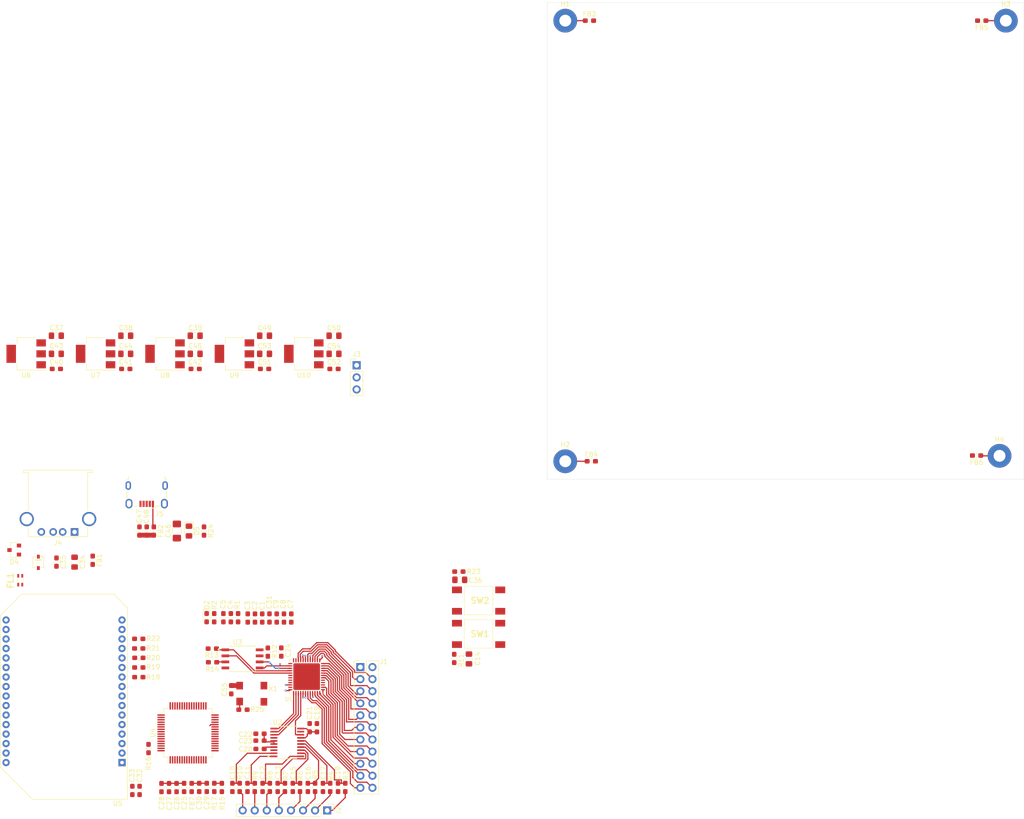
<source format=kicad_pcb>
(kicad_pcb (version 20171130) (host pcbnew 5.1.4+dfsg1-1)
  (layers (0 F.Cu signal) (31 B.Cu signal) (34 B.Paste user) (35 F.Paste user) (36 B.SilkS user) (37 F.SilkS user) (38 B.Mask user) (39 F.Mask user) (44 Edge.Cuts user))
  (net 0 "")
  (net 1 GND)
  (net 2 "Net-(C4-Pad2)")
  (net 3 3.3V_FPGA)
  (net 4 "Net-(C10-Pad2)")
  (net 5 "Net-(C11-Pad2)")
  (net 6 "Net-(C12-Pad2)")
  (net 7 "Net-(C13-Pad2)")
  (net 8 "Net-(C15-Pad2)")
  (net 9 "Net-(C16-Pad2)")
  (net 10 "Net-(C17-Pad2)")
  (net 11 "Net-(C18-Pad2)")
  (net 12 +3.3V_FPGA)
  (net 13 +2.5V_FPGA)
  (net 14 +5V)
  (net 15 +3.3V_micro)
  (net 16 +3.3V_omega)
  (net 17 "Net-(C34-Pad1)")
  (net 18 +1.2V_FPGA)
  (net 19 "Net-(D2-Pad2)")
  (net 20 "Net-(D4-Pad1)")
  (net 21 "Net-(D4-Pad2)")
  (net 22 "Net-(D5-Pad1)")
  (net 23 /Onion_2/USB_D+)
  (net 24 /Onion_2/USB_D-)
  (net 25 /FPGA_ICE40UP5K/PIO3)
  (net 26 /FPGA_ICE40UP5K/PIO4)
  (net 27 /FPGA_ICE40UP5K/PIO5)
  (net 28 /FPGA_ICE40UP5K/PIO6)
  (net 29 /FPGA_ICE40UP5K/PIO7)
  (net 30 /FPGA_ICE40UP5K/PIO8)
  (net 31 /FPGA_ICE40UP5K/PIO9)
  (net 32 /FPGA_ICE40UP5K/PIO10)
  (net 33 /FPGA_ICE40UP5K/PIO11)
  (net 34 /FPGA_ICE40UP5K/PIO12)
  (net 35 /FPGA_ICE40UP5K/PIO13)
  (net 36 /FPGA_ICE40UP5K/PIO14)
  (net 37 /FPGA_ICE40UP5K/PIO15)
  (net 38 /FPGA_ICE40UP5K/PIO16)
  (net 39 /FPGA_ICE40UP5K/PIO17)
  (net 40 /FPGA_ICE40UP5K/PIO18)
  (net 41 /FPGA_ICE40UP5K/PIO19)
  (net 42 /FPGA_ICE40UP5K/PIO20)
  (net 43 /FPGA_ICE40UP5K/PIO21)
  (net 44 "Net-(J2-Pad1)")
  (net 45 "Net-(J2-Pad2)")
  (net 46 "Net-(J2-Pad3)")
  (net 47 "Net-(J2-Pad4)")
  (net 48 "Net-(J2-Pad5)")
  (net 49 "Net-(J2-Pad6)")
  (net 50 "Net-(J2-Pad7)")
  (net 51 "Net-(J2-Pad8)")
  (net 52 "Net-(J3-Pad2)")
  (net 53 "Net-(J3-Pad3)")
  (net 54 "Net-(R12-Pad1)")
  (net 55 /FPGA_ICE40UP5K/ICE40_CMOSI)
  (net 56 "Net-(R14-Pad1)")
  (net 57 /Onion_2/BOOT1)
  (net 58 /Onion_2/BOOT0)
  (net 59 "Net-(R18-Pad1)")
  (net 60 "Net-(R19-Pad1)")
  (net 61 "Net-(R20-Pad1)")
  (net 62 "Net-(R21-Pad1)")
  (net 63 "Net-(R22-Pad1)")
  (net 64 "Net-(R25-Pad1)")
  (net 65 /FPGA_ICE40UP5K/CRESET_B)
  (net 66 /FPGA_ICE40UP5K/ICE40_CMISO)
  (net 67 /FPGA_ICE40UP5K/ICE40_CSS)
  (net 68 /FPGA_ICE40UP5K/ICE40_CSCK)
  (net 69 /FPGA_ICE40UP5K/ADC_CS)
  (net 70 /FPGA_ICE40UP5K/ADC_DIN)
  (net 71 /FPGA_ICE40UP5K/ADC_DOUT)
  (net 72 /FPGA_ICE40UP5K/CLK_IN)
  (net 73 /FPGA_ICE40UP5K/ADC_SCLK)
  (net 74 /Onion_2/UART_RX)
  (net 75 /STM_32/UART_RX)
  (net 76 /Onion_2/JTAG4)
  (net 77 /Onion_2/JTAG3)
  (net 78 /Onion_2/JTAG2)
  (net 79 /Onion_2/JTAG1)
  (net 80 /Onion_2/JTAG0)
  (net 81 "Net-(FB2-Pad1)")
  (net 82 "Net-(FB3-Pad1)")
  (net 83 "Net-(FB4-Pad1)")
  (net 84 "Net-(FB5-Pad1)")
  (net 85 "Net-(FB6-Pad1)")
  (net 86 "Net-(C29-Pad1)")
  (net 87 /Onion_2/RST)
  (net 88 /FPGA_ICE40UP5K/I2C_FPGA_SCL)
  (net 89 /FPGA_ICE40UP5K/I2C_FPGA_SDA)
  (net 90 /FPGA_ICE40UP5K/PIO22)
  (net 91 /FPGA_ICE40UP5K/ICE40_CS)
  (net 92 /FPGA_ICE40UP5K/ICE40_MISO)
  (net 93 /FPGA_ICE40UP5K/ICE40_MOSI)
  (net 94 /FPGA_ICE40UP5K/ICE40_CLK)
  (module libreria_proyecto_fp:LL3301NF065QG-proy (layer F.Cu) (at 10.9728 151.2316 180)
    (fp_text reference SW2 (at -0.3 0 180) (layer F.SilkS) (effects (font (size 1.27 1.27) (thickness 0.254))))
    (fp_text value LL3301NF065QG-proy hide)
    (pad 4 smd rect (at 4.55 2.25 270) (size 1.4 2.1) (layers F.Cu F.Paste F.Mask) (net 87 /Onion_2/RST))
    (pad 3 smd rect (at -4.55 2.25 270) (size 1.4 2.1) (layers F.Cu F.Paste F.Mask) (net 1 GND))
    (pad 2 smd rect (at 4.55 -2.25 270) (size 1.4 2.1) (layers F.Cu F.Paste F.Mask) (net 87 /Onion_2/RST))
    (pad 1 smd rect (at -4.55 -2.25 270) (size 1.4 2.1) (layers F.Cu F.Paste F.Mask) (net 1 GND))
  )
  (module libreria_proyecto_fp:LL3301NF065QG-proy (layer F.Cu) (at 10.9728 158.242 180)
    (fp_text reference SW1 (at -0.3 0 180) (layer F.SilkS) (effects (font (size 1.27 1.27) (thickness 0.254))))
    (fp_text value LL3301NF065QG-proy hide)
    (pad 4 smd rect (at 4.55 2.25 270) (size 1.4 2.1) (layers F.Cu F.Paste F.Mask) (net 65 /FPGA_ICE40UP5K/CRESET_B))
    (pad 3 smd rect (at -4.55 2.25 270) (size 1.4 2.1) (layers F.Cu F.Paste F.Mask) (net 1 GND))
    (pad 2 smd rect (at 4.55 -2.25 270) (size 1.4 2.1) (layers F.Cu F.Paste F.Mask) (net 65 /FPGA_ICE40UP5K/CRESET_B))
    (pad 1 smd rect (at -4.55 -2.25 270) (size 1.4 2.1) (layers F.Cu F.Paste F.Mask) (net 1 GND))
  )
  (module LED_SMD:LED_0603_1608Metric_Pad1.05x0.95mm_HandSolder (layer F.Cu) (at -46.2534 154.8257 270)
    (fp_text reference D2 (at -2.667 -0.033 90) (layer F.SilkS))
    (fp_text value LED)
    (pad 2 smd roundrect (at 0.875 0 270) (size 1.05 0.95) (layers F.Cu F.Paste F.Mask) (net 19 "Net-(D2-Pad2)"))
    (pad 1 smd roundrect (at -0.875 0 270) (size 1.05 0.95) (layers F.Cu F.Paste F.Mask) (net 1 GND))
  )
  (module Package_DFN_QFN:QFN-48-1EP_7x7mm_P0.5mm_EP5.6x5.6mm (layer F.Cu) (at -25.2095 167.2336 270)
    (fp_text reference U1 (at 4.7244 3.7465 180) (layer F.SilkS) (effects (font (size 0.8 0.8))))
    (fp_text value ICE40UP5K-SG48ITR50-proy)
    (pad 48 smd roundrect (at -2.75 -3.4375 270) (size 0.25 0.875) (layers F.Cu F.Paste F.Mask) (net 32 /FPGA_ICE40UP5K/PIO10))
    (pad 47 smd roundrect (at -2.25 -3.4375 270) (size 0.25 0.875) (layers F.Cu F.Paste F.Mask) (net 31 /FPGA_ICE40UP5K/PIO9))
    (pad 46 smd roundrect (at -1.75 -3.4375 270) (size 0.25 0.875) (layers F.Cu F.Paste F.Mask) (net 34 /FPGA_ICE40UP5K/PIO12))
    (pad 45 smd roundrect (at -1.25 -3.4375 270) (size 0.25 0.875) (layers F.Cu F.Paste F.Mask) (net 33 /FPGA_ICE40UP5K/PIO11))
    (pad 44 smd roundrect (at -0.75 -3.4375 270) (size 0.25 0.875) (layers F.Cu F.Paste F.Mask) (net 36 /FPGA_ICE40UP5K/PIO14))
    (pad 43 smd roundrect (at -0.25 -3.4375 270) (size 0.25 0.875) (layers F.Cu F.Paste F.Mask) (net 35 /FPGA_ICE40UP5K/PIO13))
    (pad 42 smd roundrect (at 0.25 -3.4375 270) (size 0.25 0.875) (layers F.Cu F.Paste F.Mask) (net 38 /FPGA_ICE40UP5K/PIO16))
    (pad 41 smd roundrect (at 0.75 -3.4375 270) (size 0.25 0.875) (layers F.Cu F.Paste F.Mask))
    (pad 40 smd roundrect (at 1.25 -3.4375 270) (size 0.25 0.875) (layers F.Cu F.Paste F.Mask))
    (pad 39 smd roundrect (at 1.75 -3.4375 270) (size 0.25 0.875) (layers F.Cu F.Paste F.Mask))
    (pad 38 smd roundrect (at 2.25 -3.4375 270) (size 0.25 0.875) (layers F.Cu F.Paste F.Mask) (net 37 /FPGA_ICE40UP5K/PIO15))
    (pad 37 smd roundrect (at 2.75 -3.4375 270) (size 0.25 0.875) (layers F.Cu F.Paste F.Mask) (net 40 /FPGA_ICE40UP5K/PIO18))
    (pad 36 smd roundrect (at 3.4375 -2.75 270) (size 0.875 0.25) (layers F.Cu F.Paste F.Mask) (net 39 /FPGA_ICE40UP5K/PIO17))
    (pad 35 smd roundrect (at 3.4375 -2.25 270) (size 0.875 0.25) (layers F.Cu F.Paste F.Mask) (net 42 /FPGA_ICE40UP5K/PIO20))
    (pad 34 smd roundrect (at 3.4375 -1.75 270) (size 0.875 0.25) (layers F.Cu F.Paste F.Mask) (net 41 /FPGA_ICE40UP5K/PIO19))
    (pad 33 smd roundrect (at 3.4375 -1.25 270) (size 0.875 0.25) (layers F.Cu F.Paste F.Mask) (net 3 3.3V_FPGA))
    (pad 32 smd roundrect (at 3.4375 -0.75 270) (size 0.875 0.25) (layers F.Cu F.Paste F.Mask) (net 90 /FPGA_ICE40UP5K/PIO22))
    (pad 31 smd roundrect (at 3.4375 -0.25 270) (size 0.875 0.25) (layers F.Cu F.Paste F.Mask) (net 43 /FPGA_ICE40UP5K/PIO21))
    (pad 30 smd roundrect (at 3.4375 0.25 270) (size 0.875 0.25) (layers F.Cu F.Paste F.Mask) (net 18 +1.2V_FPGA))
    (pad 29 smd roundrect (at 3.4375 0.75 270) (size 0.875 0.25) (layers F.Cu F.Paste F.Mask) (net 2 "Net-(C4-Pad2)"))
    (pad 28 smd roundrect (at 3.4375 1.25 270) (size 0.875 0.25) (layers F.Cu F.Paste F.Mask) (net 71 /FPGA_ICE40UP5K/ADC_DOUT))
    (pad 27 smd roundrect (at 3.4375 1.75 270) (size 0.875 0.25) (layers F.Cu F.Paste F.Mask) (net 69 /FPGA_ICE40UP5K/ADC_CS))
    (pad 26 smd roundrect (at 3.4375 2.25 270) (size 0.875 0.25) (layers F.Cu F.Paste F.Mask) (net 70 /FPGA_ICE40UP5K/ADC_DIN))
    (pad 25 smd roundrect (at 3.4375 2.75 270) (size 0.875 0.25) (layers F.Cu F.Paste F.Mask) (net 73 /FPGA_ICE40UP5K/ADC_SCLK))
    (pad 24 smd roundrect (at 2.75 3.4375 270) (size 0.25 0.875) (layers F.Cu F.Paste F.Mask) (net 13 +2.5V_FPGA))
    (pad 23 smd roundrect (at 2.25 3.4375 270) (size 0.25 0.875) (layers F.Cu F.Paste F.Mask) (net 67 /FPGA_ICE40UP5K/ICE40_CSS))
    (pad 22 smd roundrect (at 1.75 3.4375 270) (size 0.25 0.875) (layers F.Cu F.Paste F.Mask) (net 3 3.3V_FPGA))
    (pad 21 smd roundrect (at 1.25 3.4375 270) (size 0.25 0.875) (layers F.Cu F.Paste F.Mask) (net 55 /FPGA_ICE40UP5K/ICE40_CMOSI))
    (pad 20 smd roundrect (at 0.75 3.4375 270) (size 0.25 0.875) (layers F.Cu F.Paste F.Mask) (net 72 /FPGA_ICE40UP5K/CLK_IN))
    (pad 19 smd roundrect (at 0.25 3.4375 270) (size 0.25 0.875) (layers F.Cu F.Paste F.Mask) (net 68 /FPGA_ICE40UP5K/ICE40_CSCK))
    (pad 18 smd roundrect (at -0.25 3.4375 270) (size 0.25 0.875) (layers F.Cu F.Paste F.Mask) (net 66 /FPGA_ICE40UP5K/ICE40_CMISO))
    (pad 17 smd roundrect (at -0.75 3.4375 270) (size 0.25 0.875) (layers F.Cu F.Paste F.Mask) (net 93 /FPGA_ICE40UP5K/ICE40_MOSI))
    (pad 16 smd roundrect (at -1.25 3.4375 270) (size 0.25 0.875) (layers F.Cu F.Paste F.Mask) (net 91 /FPGA_ICE40UP5K/ICE40_CS))
    (pad 15 smd roundrect (at -1.75 3.4375 270) (size 0.25 0.875) (layers F.Cu F.Paste F.Mask) (net 94 /FPGA_ICE40UP5K/ICE40_CLK))
    (pad 14 smd roundrect (at -2.25 3.4375 270) (size 0.25 0.875) (layers F.Cu F.Paste F.Mask) (net 92 /FPGA_ICE40UP5K/ICE40_MISO))
    (pad 13 smd roundrect (at -2.75 3.4375 270) (size 0.25 0.875) (layers F.Cu F.Paste F.Mask))
    (pad 12 smd roundrect (at -3.4375 2.75 270) (size 0.875 0.25) (layers F.Cu F.Paste F.Mask) (net 89 /FPGA_ICE40UP5K/I2C_FPGA_SDA))
    (pad 11 smd roundrect (at -3.4375 2.25 270) (size 0.875 0.25) (layers F.Cu F.Paste F.Mask) (net 88 /FPGA_ICE40UP5K/I2C_FPGA_SCL))
    (pad 10 smd roundrect (at -3.4375 1.75 270) (size 0.875 0.25) (layers F.Cu F.Paste F.Mask) (net 26 /FPGA_ICE40UP5K/PIO4))
    (pad 9 smd roundrect (at -3.4375 1.25 270) (size 0.875 0.25) (layers F.Cu F.Paste F.Mask) (net 25 /FPGA_ICE40UP5K/PIO3))
    (pad 8 smd roundrect (at -3.4375 0.75 270) (size 0.875 0.25) (layers F.Cu F.Paste F.Mask) (net 65 /FPGA_ICE40UP5K/CRESET_B))
    (pad 7 smd roundrect (at -3.4375 0.25 270) (size 0.875 0.25) (layers F.Cu F.Paste F.Mask) (net 19 "Net-(D2-Pad2)"))
    (pad 6 smd roundrect (at -3.4375 -0.25 270) (size 0.875 0.25) (layers F.Cu F.Paste F.Mask) (net 28 /FPGA_ICE40UP5K/PIO6))
    (pad 5 smd roundrect (at -3.4375 -0.75 270) (size 0.875 0.25) (layers F.Cu F.Paste F.Mask) (net 18 +1.2V_FPGA))
    (pad 4 smd roundrect (at -3.4375 -1.25 270) (size 0.875 0.25) (layers F.Cu F.Paste F.Mask) (net 27 /FPGA_ICE40UP5K/PIO5))
    (pad 3 smd roundrect (at -3.4375 -1.75 270) (size 0.875 0.25) (layers F.Cu F.Paste F.Mask) (net 30 /FPGA_ICE40UP5K/PIO8))
    (pad 2 smd roundrect (at -3.4375 -2.25 270) (size 0.875 0.25) (layers F.Cu F.Paste F.Mask) (net 29 /FPGA_ICE40UP5K/PIO7))
    (pad 1 smd roundrect (at -3.4375 -2.75 270) (size 0.875 0.25) (layers F.Cu F.Paste F.Mask) (net 3 3.3V_FPGA))
    (pad 49 smd roundrect (at 0 0 270) (size 5.6 5.6) (layers F.Cu F.Mask) (roundrect_rratio 0.044643) (net 1 GND))
  )
  (module libreria_proyecto_fp:SOIC127P790X216-8N-proy (layer F.Cu) (at -38.7096 163.4998)
    (fp_text reference U3 (at -1.05616 -3.50582) (layer F.SilkS) (effects (font (size 1.001087 1.001087))))
    (fp_text value W25Q32JVSS-proy)
    (pad 1 smd rect (at -3.605 -1.905) (size 1.61 0.58) (layers F.Cu F.Paste F.Mask) (net 91 /FPGA_ICE40UP5K/ICE40_CS))
    (pad 2 smd rect (at -3.605 -0.635) (size 1.61 0.58) (layers F.Cu F.Paste F.Mask) (net 93 /FPGA_ICE40UP5K/ICE40_MOSI))
    (pad 3 smd rect (at -3.605 0.635) (size 1.61 0.58) (layers F.Cu F.Paste F.Mask) (net 56 "Net-(R14-Pad1)"))
    (pad 4 smd rect (at -3.605 1.905) (size 1.61 0.58) (layers F.Cu F.Paste F.Mask) (net 1 GND))
    (pad 5 smd rect (at 3.605 1.905) (size 1.61 0.58) (layers F.Cu F.Paste F.Mask) (net 92 /FPGA_ICE40UP5K/ICE40_MISO))
    (pad 6 smd rect (at 3.605 0.635) (size 1.61 0.58) (layers F.Cu F.Paste F.Mask) (net 94 /FPGA_ICE40UP5K/ICE40_CLK))
    (pad 7 smd rect (at 3.605 -0.635) (size 1.61 0.58) (layers F.Cu F.Paste F.Mask) (net 54 "Net-(R12-Pad1)"))
    (pad 8 smd rect (at 3.605 -1.905) (size 1.61 0.58) (layers F.Cu F.Paste F.Mask) (net 12 +3.3V_FPGA))
  )
  (module Connector_PinHeader_2.54mm:PinHeader_2x11_P2.54mm_Vertical (layer F.Cu) (at -13.9065 165.227)
    (fp_text reference J1 (at 4.9276 -1.1557) (layer F.SilkS))
    (fp_text value Conn_02x11_Odd_Even)
    (pad 22 thru_hole oval (at 2.54 25.4) (size 1.7 1.7) (drill 1) (layers *.Cu *.Mask) (net 90 /FPGA_ICE40UP5K/PIO22))
    (pad 21 thru_hole oval (at 0 25.4) (size 1.7 1.7) (drill 1) (layers *.Cu *.Mask) (net 43 /FPGA_ICE40UP5K/PIO21))
    (pad 20 thru_hole oval (at 2.54 22.86) (size 1.7 1.7) (drill 1) (layers *.Cu *.Mask) (net 42 /FPGA_ICE40UP5K/PIO20))
    (pad 19 thru_hole oval (at 0 22.86) (size 1.7 1.7) (drill 1) (layers *.Cu *.Mask) (net 41 /FPGA_ICE40UP5K/PIO19))
    (pad 18 thru_hole oval (at 2.54 20.32) (size 1.7 1.7) (drill 1) (layers *.Cu *.Mask) (net 40 /FPGA_ICE40UP5K/PIO18))
    (pad 17 thru_hole oval (at 0 20.32) (size 1.7 1.7) (drill 1) (layers *.Cu *.Mask) (net 39 /FPGA_ICE40UP5K/PIO17))
    (pad 16 thru_hole oval (at 2.54 17.78) (size 1.7 1.7) (drill 1) (layers *.Cu *.Mask) (net 38 /FPGA_ICE40UP5K/PIO16))
    (pad 15 thru_hole oval (at 0 17.78) (size 1.7 1.7) (drill 1) (layers *.Cu *.Mask) (net 37 /FPGA_ICE40UP5K/PIO15))
    (pad 14 thru_hole oval (at 2.54 15.24) (size 1.7 1.7) (drill 1) (layers *.Cu *.Mask) (net 36 /FPGA_ICE40UP5K/PIO14))
    (pad 13 thru_hole oval (at 0 15.24) (size 1.7 1.7) (drill 1) (layers *.Cu *.Mask) (net 35 /FPGA_ICE40UP5K/PIO13))
    (pad 12 thru_hole oval (at 2.54 12.7) (size 1.7 1.7) (drill 1) (layers *.Cu *.Mask) (net 34 /FPGA_ICE40UP5K/PIO12))
    (pad 11 thru_hole oval (at 0 12.7) (size 1.7 1.7) (drill 1) (layers *.Cu *.Mask) (net 33 /FPGA_ICE40UP5K/PIO11))
    (pad 10 thru_hole oval (at 2.54 10.16) (size 1.7 1.7) (drill 1) (layers *.Cu *.Mask) (net 32 /FPGA_ICE40UP5K/PIO10))
    (pad 9 thru_hole oval (at 0 10.16) (size 1.7 1.7) (drill 1) (layers *.Cu *.Mask) (net 31 /FPGA_ICE40UP5K/PIO9))
    (pad 8 thru_hole oval (at 2.54 7.62) (size 1.7 1.7) (drill 1) (layers *.Cu *.Mask) (net 30 /FPGA_ICE40UP5K/PIO8))
    (pad 7 thru_hole oval (at 0 7.62) (size 1.7 1.7) (drill 1) (layers *.Cu *.Mask) (net 29 /FPGA_ICE40UP5K/PIO7))
    (pad 6 thru_hole oval (at 2.54 5.08) (size 1.7 1.7) (drill 1) (layers *.Cu *.Mask) (net 28 /FPGA_ICE40UP5K/PIO6))
    (pad 5 thru_hole oval (at 0 5.08) (size 1.7 1.7) (drill 1) (layers *.Cu *.Mask) (net 27 /FPGA_ICE40UP5K/PIO5))
    (pad 4 thru_hole oval (at 2.54 2.54) (size 1.7 1.7) (drill 1) (layers *.Cu *.Mask) (net 26 /FPGA_ICE40UP5K/PIO4))
    (pad 3 thru_hole oval (at 0 2.54) (size 1.7 1.7) (drill 1) (layers *.Cu *.Mask) (net 25 /FPGA_ICE40UP5K/PIO3))
    (pad 2 thru_hole oval (at 2.54 0) (size 1.7 1.7) (drill 1) (layers *.Cu *.Mask) (net 1 GND))
    (pad 1 thru_hole rect (at 0 0) (size 1.7 1.7) (drill 1) (layers *.Cu *.Mask) (net 12 +3.3V_FPGA))
  )
  (module libreria_proyecto_fp:CWX823-025.0M-proy (layer F.Cu) (at -36.7538 170.8277 270)
    (fp_text reference X1 (at -1.0541 -4.4958 180) (layer F.SilkS))
    (fp_text value CWX823-025.0M-proy)
    (pad 1 smd rect (at 1.65 2.55 180) (size 1.4 1.6) (layers F.Cu F.Paste F.Mask) (net 64 "Net-(R25-Pad1)"))
    (pad 4 smd rect (at -1.7 2.55 180) (size 1.4 1.6) (layers F.Cu F.Paste F.Mask) (net 12 +3.3V_FPGA))
    (pad 2 smd rect (at 1.7 -2.55 180) (size 1.4 1.6) (layers F.Cu F.Paste F.Mask) (net 1 GND))
    (pad 3 smd rect (at -1.7 -2.55 180) (size 1.4 1.6) (layers F.Cu F.Paste F.Mask) (net 72 /FPGA_ICE40UP5K/CLK_IN))
  )
  (module libreria_proyecto_fp:AD7918BRUZ-proy (layer F.Cu) (at -29.2862 181.0893)
    (fp_text reference U2 (at -2.0574 -4.2545) (layer F.SilkS))
    (fp_text value AD7918BRUZ-proy)
    (pad 20 smd rect (at 2.8194 -2.924998) (size 1.4732 0.3556) (layers F.Cu F.Paste F.Mask) (net 1 GND))
    (pad 19 smd rect (at 2.8194 -2.274999) (size 1.4732 0.3556) (layers F.Cu F.Paste F.Mask) (net 12 +3.3V_FPGA))
    (pad 18 smd rect (at 2.8194 -1.624998) (size 1.4732 0.3556) (layers F.Cu F.Paste F.Mask) (net 71 /FPGA_ICE40UP5K/ADC_DOUT))
    (pad 17 smd rect (at 2.8194 -0.974999) (size 1.4732 0.3556) (layers F.Cu F.Paste F.Mask) (net 1 GND))
    (pad 16 smd rect (at 2.8194 -0.324998) (size 1.4732 0.3556) (layers F.Cu F.Paste F.Mask) (net 11 "Net-(C18-Pad2)"))
    (pad 15 smd rect (at 2.8194 0.325001) (size 1.4732 0.3556) (layers F.Cu F.Paste F.Mask) (net 10 "Net-(C17-Pad2)"))
    (pad 14 smd rect (at 2.8194 0.975002) (size 1.4732 0.3556) (layers F.Cu F.Paste F.Mask) (net 9 "Net-(C16-Pad2)"))
    (pad 13 smd rect (at 2.8194 1.625001) (size 1.4732 0.3556) (layers F.Cu F.Paste F.Mask) (net 8 "Net-(C15-Pad2)"))
    (pad 12 smd rect (at 2.8194 2.275002) (size 1.4732 0.3556) (layers F.Cu F.Paste F.Mask) (net 7 "Net-(C13-Pad2)"))
    (pad 11 smd rect (at 2.8194 2.925) (size 1.4732 0.3556) (layers F.Cu F.Paste F.Mask) (net 6 "Net-(C12-Pad2)"))
    (pad 10 smd rect (at -2.8194 2.924998) (size 1.4732 0.3556) (layers F.Cu F.Paste F.Mask) (net 5 "Net-(C11-Pad2)"))
    (pad 9 smd rect (at -2.8194 2.274999) (size 1.4732 0.3556) (layers F.Cu F.Paste F.Mask) (net 4 "Net-(C10-Pad2)"))
    (pad 8 smd rect (at -2.8194 1.624998) (size 1.4732 0.3556) (layers F.Cu F.Paste F.Mask) (net 1 GND))
    (pad 7 smd rect (at -2.8194 0.974999) (size 1.4732 0.3556) (layers F.Cu F.Paste F.Mask) (net 13 +2.5V_FPGA))
    (pad 6 smd rect (at -2.8194 0.324998) (size 1.4732 0.3556) (layers F.Cu F.Paste F.Mask) (net 14 +5V))
    (pad 5 smd rect (at -2.8194 -0.325001) (size 1.4732 0.3556) (layers F.Cu F.Paste F.Mask) (net 14 +5V))
    (pad 4 smd rect (at -2.8194 -0.974999) (size 1.4732 0.3556) (layers F.Cu F.Paste F.Mask) (net 1 GND))
    (pad 3 smd rect (at -2.8194 -1.625001) (size 1.4732 0.3556) (layers F.Cu F.Paste F.Mask) (net 69 /FPGA_ICE40UP5K/ADC_CS))
    (pad 2 smd rect (at -2.8194 -2.274999) (size 1.4732 0.3556) (layers F.Cu F.Paste F.Mask) (net 70 /FPGA_ICE40UP5K/ADC_DIN))
    (pad 1 smd rect (at -2.8194 -2.925) (size 1.4732 0.3556) (layers F.Cu F.Paste F.Mask) (net 73 /FPGA_ICE40UP5K/ADC_SCLK))
  )
  (module Package_TO_SOT_SMD:SOT-223 (layer F.Cu) (at -25.8064 99.314 180)
    (fp_text reference U10 (at 0 -4.5) (layer F.SilkS))
    (fp_text value ZLDO1117G33TA-proy)
    (pad 1 smd rect (at -3.15 -2.3 180) (size 2 1.5) (layers F.Cu F.Paste F.Mask) (net 1 GND))
    (pad 3 smd rect (at -3.15 2.3 180) (size 2 1.5) (layers F.Cu F.Paste F.Mask) (net 14 +5V))
    (pad 2 smd rect (at -3.15 0 180) (size 2 1.5) (layers F.Cu F.Paste F.Mask) (net 16 +3.3V_omega))
    (pad 4 smd rect (at 3.15 0 180) (size 2 3.8) (layers F.Cu F.Paste F.Mask))
  )
  (module Package_TO_SOT_SMD:SOT-223 (layer F.Cu) (at -40.4114 99.314 180)
    (fp_text reference U9 (at 0 -4.5) (layer F.SilkS))
    (fp_text value ZLDO1117G33TA-proy)
    (pad 1 smd rect (at -3.15 -2.3 180) (size 2 1.5) (layers F.Cu F.Paste F.Mask) (net 1 GND))
    (pad 3 smd rect (at -3.15 2.3 180) (size 2 1.5) (layers F.Cu F.Paste F.Mask) (net 14 +5V))
    (pad 2 smd rect (at -3.15 0 180) (size 2 1.5) (layers F.Cu F.Paste F.Mask) (net 15 +3.3V_micro))
    (pad 4 smd rect (at 3.15 0 180) (size 2 3.8) (layers F.Cu F.Paste F.Mask))
  )
  (module Package_TO_SOT_SMD:SOT-223 (layer F.Cu) (at -55.0164 99.314 180)
    (fp_text reference U8 (at 0 -4.5) (layer F.SilkS))
    (fp_text value ZLDO1117G33TA-proy)
    (pad 1 smd rect (at -3.15 -2.3 180) (size 2 1.5) (layers F.Cu F.Paste F.Mask) (net 1 GND))
    (pad 3 smd rect (at -3.15 2.3 180) (size 2 1.5) (layers F.Cu F.Paste F.Mask) (net 14 +5V))
    (pad 2 smd rect (at -3.15 0 180) (size 2 1.5) (layers F.Cu F.Paste F.Mask) (net 12 +3.3V_FPGA))
    (pad 4 smd rect (at 3.15 0 180) (size 2 3.8) (layers F.Cu F.Paste F.Mask))
  )
  (module Package_TO_SOT_SMD:SOT-223 (layer F.Cu) (at -69.6214 99.314 180)
    (fp_text reference U7 (at 0 -4.5) (layer F.SilkS))
    (fp_text value ZLDO1117G25TA-proy)
    (pad 1 smd rect (at -3.15 -2.3 180) (size 2 1.5) (layers F.Cu F.Paste F.Mask) (net 1 GND))
    (pad 3 smd rect (at -3.15 2.3 180) (size 2 1.5) (layers F.Cu F.Paste F.Mask) (net 14 +5V))
    (pad 2 smd rect (at -3.15 0 180) (size 2 1.5) (layers F.Cu F.Paste F.Mask) (net 13 +2.5V_FPGA))
    (pad 4 smd rect (at 3.15 0 180) (size 2 3.8) (layers F.Cu F.Paste F.Mask))
  )
  (module Package_TO_SOT_SMD:SOT-223 (layer F.Cu) (at -84.2264 99.314 180)
    (fp_text reference U6 (at 0 -4.5) (layer F.SilkS))
    (fp_text value ZLDO1117G12TA-proy)
    (pad 1 smd rect (at -3.15 -2.3 180) (size 2 1.5) (layers F.Cu F.Paste F.Mask) (net 1 GND))
    (pad 3 smd rect (at -3.15 2.3 180) (size 2 1.5) (layers F.Cu F.Paste F.Mask) (net 14 +5V))
    (pad 2 smd rect (at -3.15 0 180) (size 2 1.5) (layers F.Cu F.Paste F.Mask) (net 18 +1.2V_FPGA))
    (pad 4 smd rect (at 3.15 0 180) (size 2 3.8) (layers F.Cu F.Paste F.Mask))
  )
  (module Resistor_SMD:R_0603_1608Metric_Pad1.05x0.95mm_HandSolder (layer F.Cu) (at -49.403 190.5635 90)
    (fp_text reference FB7 (at -3.3655 0.127 90) (layer F.SilkS))
    (fp_text value BLM18SG121TN1D-proy)
    (pad 2 smd roundrect (at 0.875 0 90) (size 1.05 0.95) (layers F.Cu F.Paste F.Mask) (net 86 "Net-(C29-Pad1)"))
    (pad 1 smd roundrect (at -0.875 0 90) (size 1.05 0.95) (layers F.Cu F.Paste F.Mask) (net 15 +3.3V_micro))
  )
  (module libreria_proyecto_fp:SRF2012A900YA_proy (layer F.Cu) (at -85.471 146.9517 270)
    (fp_text reference FL1 (at 0.1 2.05 90) (layer F.SilkS) (effects (font (size 1.27 1.27) (thickness 0.254))))
    (fp_text value SRF2012A-900YA-proy hide)
    (pad 4 smd rect (at -0.925 -0.425) (size 0.4 0.75) (layers F.Cu F.Paste F.Mask) (net 21 "Net-(D4-Pad2)"))
    (pad 3 smd rect (at 0.925 -0.425) (size 0.4 0.75) (layers F.Cu F.Paste F.Mask) (net 23 /Onion_2/USB_D+))
    (pad 2 smd rect (at 0.925 0.425) (size 0.4 0.75) (layers F.Cu F.Paste F.Mask) (net 24 /Onion_2/USB_D-))
    (pad 1 smd rect (at -0.925 0.425) (size 0.4 0.75) (layers F.Cu F.Paste F.Mask) (net 20 "Net-(D4-Pad1)"))
  )
  (module libreria_proyecto_fp:SOD-323-proy (layer F.Cu) (at -81.661 143.1417 270)
    (fp_text reference D3 (at 1.628695 -2.539895 90) (layer F.SilkS) (effects (font (size 1.00226 1.00226) (thickness 0.015))))
    (fp_text value BZX384C5V6-E3-08-proy)
    (pad C smd rect (at -1.15 0 270) (size 0.8 0.6) (layers F.Cu F.Paste F.Mask) (net 17 "Net-(C34-Pad1)"))
    (pad A smd rect (at 1.25 0 270) (size 0.8 0.6) (layers F.Cu F.Paste F.Mask) (net 1 GND))
  )
  (module Resistor_SMD:R_0603_1608Metric_Pad1.05x0.95mm_HandSolder (layer F.Cu) (at 115.7605 120.7135 180)
    (fp_text reference FB6 (at 0 -1.43) (layer F.SilkS))
    (fp_text value BLM18SG121TN1D-proy)
    (pad 2 smd roundrect (at 0.875 0 180) (size 1.05 0.95) (layers F.Cu F.Paste F.Mask) (net 1 GND))
    (pad 1 smd roundrect (at -0.875 0 180) (size 1.05 0.95) (layers F.Cu F.Paste F.Mask) (net 85 "Net-(FB6-Pad1)"))
  )
  (module Resistor_SMD:R_0603_1608Metric_Pad1.05x0.95mm_HandSolder (layer F.Cu) (at 116.84 29.21 180)
    (fp_text reference FB5 (at 0 -1.43) (layer F.SilkS))
    (fp_text value BLM18SG121TN1D-proy)
    (pad 2 smd roundrect (at 0.875 0 180) (size 1.05 0.95) (layers F.Cu F.Paste F.Mask) (net 1 GND))
    (pad 1 smd roundrect (at -0.875 0 180) (size 1.05 0.95) (layers F.Cu F.Paste F.Mask) (net 84 "Net-(FB5-Pad1)"))
  )
  (module Resistor_SMD:R_0603_1608Metric_Pad1.05x0.95mm_HandSolder (layer F.Cu) (at 34.685 121.92)
    (fp_text reference FB4 (at 0 -1.43) (layer F.SilkS))
    (fp_text value BLM18SG121TN1D-proy)
    (pad 2 smd roundrect (at 0.875 0) (size 1.05 0.95) (layers F.Cu F.Paste F.Mask) (net 1 GND))
    (pad 1 smd roundrect (at -0.875 0) (size 1.05 0.95) (layers F.Cu F.Paste F.Mask) (net 83 "Net-(FB4-Pad1)"))
  )
  (module Resistor_SMD:R_0603_1608Metric_Pad1.05x0.95mm_HandSolder (layer F.Cu) (at 34.29 29.21)
    (fp_text reference FB3 (at 0 -1.43) (layer F.SilkS))
    (fp_text value BLM18SG121TN1D-proy)
    (pad 2 smd roundrect (at 0.875 0) (size 1.05 0.95) (layers F.Cu F.Paste F.Mask) (net 1 GND))
    (pad 1 smd roundrect (at -0.875 0) (size 1.05 0.95) (layers F.Cu F.Paste F.Mask) (net 82 "Net-(FB3-Pad1)"))
  )
  (module Resistor_SMD:R_0603_1608Metric_Pad1.05x0.95mm_HandSolder (layer F.Cu) (at -57.3659 136.6012 270)
    (fp_text reference FB2 (at 0 -1.43 90) (layer F.SilkS))
    (fp_text value BLM18SG121TN1D-proy)
    (pad 2 smd roundrect (at 0.875 0 270) (size 1.05 0.95) (layers F.Cu F.Paste F.Mask) (net 14 +5V))
    (pad 1 smd roundrect (at -0.875 0 270) (size 1.05 0.95) (layers F.Cu F.Paste F.Mask) (net 81 "Net-(FB2-Pad1)"))
  )
  (module Resistor_SMD:R_0603_1608Metric_Pad1.05x0.95mm_HandSolder (layer F.Cu) (at -70.231 142.7467 270)
    (fp_text reference FB1 (at 0 -1.43 90) (layer F.SilkS))
    (fp_text value BLM18SG121TN1D-proy)
    (pad 2 smd roundrect (at 0.875 0 270) (size 1.05 0.95) (layers F.Cu F.Paste F.Mask) (net 14 +5V))
    (pad 1 smd roundrect (at -0.875 0 270) (size 1.05 0.95) (layers F.Cu F.Paste F.Mask) (net 17 "Net-(C34-Pad1)"))
  )
  (module MountingHole:MountingHole_2.5mm_Pad (layer F.Cu) (at 120.5865 120.777)
    (fp_text reference H4 (at 0 -3.5) (layer F.SilkS))
    (fp_text value MountingHole_Pad)
    (pad 1 thru_hole circle (at 0 0) (size 5 5) (drill 2.5) (layers *.Cu *.Mask) (net 85 "Net-(FB6-Pad1)"))
  )
  (module MountingHole:MountingHole_2.5mm_Pad (layer F.Cu) (at 121.92 29.21)
    (fp_text reference H3 (at 0 -3.5) (layer F.SilkS))
    (fp_text value MountingHole_Pad)
    (pad 1 thru_hole circle (at 0 0) (size 5 5) (drill 2.5) (layers *.Cu *.Mask) (net 84 "Net-(FB5-Pad1)"))
  )
  (module MountingHole:MountingHole_2.5mm_Pad (layer F.Cu) (at 29.21 121.92)
    (fp_text reference H2 (at 0 -3.5) (layer F.SilkS))
    (fp_text value MountingHole_Pad)
    (pad 1 thru_hole circle (at 0 0) (size 5 5) (drill 2.5) (layers *.Cu *.Mask) (net 83 "Net-(FB4-Pad1)"))
  )
  (module MountingHole:MountingHole_2.5mm_Pad (layer F.Cu) (at 29.21 29.21)
    (fp_text reference H1 (at 0 -3.5) (layer F.SilkS))
    (fp_text value MountingHole_Pad)
    (pad 1 thru_hole circle (at 0 0) (size 5 5) (drill 2.5) (layers *.Cu *.Mask) (net 82 "Net-(FB3-Pad1)"))
  )
  (module Resistor_SMD:R_0603_1608Metric_Pad1.05x0.95mm_HandSolder (layer F.Cu) (at -34.5567 154.9032 270)
    (fp_text reference C1 (at -2.6035 0.0305 90) (layer F.SilkS))
    (fp_text value 0.01uF)
    (pad 2 smd roundrect (at 0.875 0 270) (size 1.05 0.95) (layers F.Cu F.Paste F.Mask) (net 18 +1.2V_FPGA))
    (pad 1 smd roundrect (at -0.875 0 270) (size 1.05 0.95) (layers F.Cu F.Paste F.Mask) (net 1 GND))
  )
  (module Resistor_SMD:R_0603_1608Metric_Pad1.05x0.95mm_HandSolder (layer F.Cu) (at -36.0807 154.9032 270)
    (fp_text reference C2 (at -2.6035 0.0305 90) (layer F.SilkS))
    (fp_text value 0.1uF)
    (pad 2 smd roundrect (at 0.875 0 270) (size 1.05 0.95) (layers F.Cu F.Paste F.Mask) (net 18 +1.2V_FPGA))
    (pad 1 smd roundrect (at -0.875 0 270) (size 1.05 0.95) (layers F.Cu F.Paste F.Mask) (net 1 GND))
  )
  (module Resistor_SMD:R_0603_1608Metric_Pad1.05x0.95mm_HandSolder (layer F.Cu) (at -37.6047 154.9032 270)
    (fp_text reference C3 (at -2.6035 0.0305 90) (layer F.SilkS))
    (fp_text value 1uF)
    (pad 2 smd roundrect (at 0.875 0 270) (size 1.05 0.95) (layers F.Cu F.Paste F.Mask) (net 18 +1.2V_FPGA))
    (pad 1 smd roundrect (at -0.875 0 270) (size 1.05 0.95) (layers F.Cu F.Paste F.Mask) (net 1 GND))
  )
  (module Resistor_SMD:R_0603_1608Metric_Pad1.05x0.95mm_HandSolder (layer F.Cu) (at -41.1607 154.8397 270)
    (fp_text reference C4 (at -2.7445 0.127 90) (layer F.SilkS))
    (fp_text value 10uF)
    (pad 2 smd roundrect (at 0.875 0 270) (size 1.05 0.95) (layers F.Cu F.Paste F.Mask) (net 2 "Net-(C4-Pad2)"))
    (pad 1 smd roundrect (at -0.875 0 270) (size 1.05 0.95) (layers F.Cu F.Paste F.Mask) (net 1 GND))
  )
  (module Resistor_SMD:R_0603_1608Metric_Pad1.05x0.95mm_HandSolder (layer F.Cu) (at -42.729201 154.841744 270)
    (fp_text reference C5 (at -2.810044 0.082499 90) (layer F.SilkS))
    (fp_text value 0.1uF)
    (pad 2 smd roundrect (at 0.875 0 270) (size 1.05 0.95) (layers F.Cu F.Paste F.Mask) (net 2 "Net-(C4-Pad2)"))
    (pad 1 smd roundrect (at -0.875 0 270) (size 1.05 0.95) (layers F.Cu F.Paste F.Mask) (net 1 GND))
  )
  (module Resistor_SMD:R_0603_1608Metric_Pad1.05x0.95mm_HandSolder (layer F.Cu) (at -28.443201 154.905244 270)
    (fp_text reference C7 (at -2.921 0.1575 90) (layer F.SilkS))
    (fp_text value 0.01uF)
    (pad 2 smd roundrect (at 0.875 0 270) (size 1.05 0.95) (layers F.Cu F.Paste F.Mask) (net 3 3.3V_FPGA))
    (pad 1 smd roundrect (at -0.875 0 270) (size 1.05 0.95) (layers F.Cu F.Paste F.Mask) (net 1 GND))
  )
  (module Resistor_SMD:R_0603_1608Metric_Pad1.05x0.95mm_HandSolder (layer F.Cu) (at -29.9847 154.9032 270)
    (fp_text reference C8 (at -2.921 0.1575 90) (layer F.SilkS))
    (fp_text value 0.1uF)
    (pad 2 smd roundrect (at 0.875 0 270) (size 1.05 0.95) (layers F.Cu F.Paste F.Mask) (net 3 3.3V_FPGA))
    (pad 1 smd roundrect (at -0.875 0 270) (size 1.05 0.95) (layers F.Cu F.Paste F.Mask) (net 1 GND))
  )
  (module Resistor_SMD:R_0603_1608Metric_Pad1.05x0.95mm_HandSolder (layer F.Cu) (at -31.5087 154.9032 270)
    (fp_text reference C9 (at -2.921 0.1575 90) (layer F.SilkS))
    (fp_text value 1uF)
    (pad 2 smd roundrect (at 0.875 0 270) (size 1.05 0.95) (layers F.Cu F.Paste F.Mask) (net 3 3.3V_FPGA))
    (pad 1 smd roundrect (at -0.875 0 270) (size 1.05 0.95) (layers F.Cu F.Paste F.Mask) (net 1 GND))
  )
  (module Resistor_SMD:R_0603_1608Metric_Pad1.05x0.95mm_HandSolder (layer F.Cu) (at -40.8305 190.5495 90)
    (fp_text reference C10 (at 3.0975 0 90) (layer F.SilkS))
    (fp_text value 33nF)
    (pad 2 smd roundrect (at 0.875 0 90) (size 1.05 0.95) (layers F.Cu F.Paste F.Mask) (net 4 "Net-(C10-Pad2)"))
    (pad 1 smd roundrect (at -0.875 0 90) (size 1.05 0.95) (layers F.Cu F.Paste F.Mask) (net 1 GND))
  )
  (module Resistor_SMD:R_0603_1608Metric_Pad1.05x0.95mm_HandSolder (layer F.Cu) (at -37.6555 190.5495 90)
    (fp_text reference C11 (at 3.0975 0 90) (layer F.SilkS))
    (fp_text value 33nF)
    (pad 2 smd roundrect (at 0.875 0 90) (size 1.05 0.95) (layers F.Cu F.Paste F.Mask) (net 5 "Net-(C11-Pad2)"))
    (pad 1 smd roundrect (at -0.875 0 90) (size 1.05 0.95) (layers F.Cu F.Paste F.Mask) (net 1 GND))
  )
  (module Resistor_SMD:R_0603_1608Metric_Pad1.05x0.95mm_HandSolder (layer F.Cu) (at -34.4805 190.5495 90)
    (fp_text reference C12 (at 3.0975 0 90) (layer F.SilkS))
    (fp_text value 33nF)
    (pad 2 smd roundrect (at 0.875 0 90) (size 1.05 0.95) (layers F.Cu F.Paste F.Mask) (net 6 "Net-(C12-Pad2)"))
    (pad 1 smd roundrect (at -0.875 0 90) (size 1.05 0.95) (layers F.Cu F.Paste F.Mask) (net 1 GND))
  )
  (module Resistor_SMD:R_0603_1608Metric_Pad1.05x0.95mm_HandSolder (layer F.Cu) (at -31.3055 190.5495 90)
    (fp_text reference C13 (at 3.0975 0.0635 90) (layer F.SilkS))
    (fp_text value 33nF)
    (pad 2 smd roundrect (at 0.875 0 90) (size 1.05 0.95) (layers F.Cu F.Paste F.Mask) (net 7 "Net-(C13-Pad2)"))
    (pad 1 smd roundrect (at -0.875 0 90) (size 1.05 0.95) (layers F.Cu F.Paste F.Mask) (net 1 GND))
  )
  (module Resistor_SMD:R_0805_2012Metric_Pad1.15x1.40mm_HandSolder (layer F.Cu) (at 8.9408 163.5162 270)
    (fp_text reference C14 (at -0.0418 -1.8288 90) (layer F.SilkS))
    (fp_text value 22uF)
    (pad 2 smd roundrect (at 1.025 0 270) (size 1.15 1.4) (layers F.Cu F.Paste F.Mask) (roundrect_rratio 0.217391) (net 1 GND))
    (pad 1 smd roundrect (at -1.025 0 270) (size 1.15 1.4) (layers F.Cu F.Paste F.Mask) (roundrect_rratio 0.217391) (net 65 /FPGA_ICE40UP5K/CRESET_B))
  )
  (module Resistor_SMD:R_0603_1608Metric_Pad1.05x0.95mm_HandSolder (layer F.Cu) (at -28.1305 190.5495 90)
    (fp_text reference C15 (at 3.034 0.0635 90) (layer F.SilkS))
    (fp_text value 33nF)
    (pad 2 smd roundrect (at 0.875 0 90) (size 1.05 0.95) (layers F.Cu F.Paste F.Mask) (net 8 "Net-(C15-Pad2)"))
    (pad 1 smd roundrect (at -0.875 0 90) (size 1.05 0.95) (layers F.Cu F.Paste F.Mask) (net 1 GND))
  )
  (module Resistor_SMD:R_0603_1608Metric_Pad1.05x0.95mm_HandSolder (layer F.Cu) (at -24.9555 190.5495 90)
    (fp_text reference C16 (at 3.034 0.0635 90) (layer F.SilkS))
    (fp_text value 33nF)
    (pad 2 smd roundrect (at 0.875 0 90) (size 1.05 0.95) (layers F.Cu F.Paste F.Mask) (net 9 "Net-(C16-Pad2)"))
    (pad 1 smd roundrect (at -0.875 0 90) (size 1.05 0.95) (layers F.Cu F.Paste F.Mask) (net 1 GND))
  )
  (module Resistor_SMD:R_0603_1608Metric_Pad1.05x0.95mm_HandSolder (layer F.Cu) (at -21.7805 190.5495 90)
    (fp_text reference C17 (at 3.034 0.0635 90) (layer F.SilkS))
    (fp_text value 33nF)
    (pad 2 smd roundrect (at 0.875 0 90) (size 1.05 0.95) (layers F.Cu F.Paste F.Mask) (net 10 "Net-(C17-Pad2)"))
    (pad 1 smd roundrect (at -0.875 0 90) (size 1.05 0.95) (layers F.Cu F.Paste F.Mask) (net 1 GND))
  )
  (module Resistor_SMD:R_0603_1608Metric_Pad1.05x0.95mm_HandSolder (layer F.Cu) (at -18.6055 190.5495 90)
    (fp_text reference C18 (at 3.0975 -0.0381 90) (layer F.SilkS))
    (fp_text value 33nF)
    (pad 2 smd roundrect (at 0.875 0 90) (size 1.05 0.95) (layers F.Cu F.Paste F.Mask) (net 11 "Net-(C18-Pad2)"))
    (pad 1 smd roundrect (at -0.875 0 90) (size 1.05 0.95) (layers F.Cu F.Paste F.Mask) (net 1 GND))
  )
  (module Resistor_SMD:R_0603_1608Metric_Pad1.05x0.95mm_HandSolder (layer F.Cu) (at -23.0505 177.9905 90)
    (fp_text reference C19 (at 3.0861 0 90) (layer F.SilkS))
    (fp_text value 10uF)
    (pad 2 smd roundrect (at 0.875 0 90) (size 1.05 0.95) (layers F.Cu F.Paste F.Mask) (net 12 +3.3V_FPGA))
    (pad 1 smd roundrect (at -0.875 0 90) (size 1.05 0.95) (layers F.Cu F.Paste F.Mask) (net 1 GND))
  )
  (module Resistor_SMD:R_0603_1608Metric_Pad1.05x0.95mm_HandSolder (layer F.Cu) (at -35.0139 182.4482)
    (fp_text reference C20 (at -3.0353 0.0381) (layer F.SilkS))
    (fp_text value 1uF)
    (pad 2 smd roundrect (at 0.875 0) (size 1.05 0.95) (layers F.Cu F.Paste F.Mask) (net 13 +2.5V_FPGA))
    (pad 1 smd roundrect (at -0.875 0) (size 1.05 0.95) (layers F.Cu F.Paste F.Mask) (net 1 GND))
  )
  (module Resistor_SMD:R_0603_1608Metric_Pad1.05x0.95mm_HandSolder (layer F.Cu) (at -24.5745 177.9765 90)
    (fp_text reference C21 (at 3.1001 0 90) (layer F.SilkS))
    (fp_text value 0.1uF)
    (pad 2 smd roundrect (at 0.875 0 90) (size 1.05 0.95) (layers F.Cu F.Paste F.Mask) (net 12 +3.3V_FPGA))
    (pad 1 smd roundrect (at -0.875 0 90) (size 1.05 0.95) (layers F.Cu F.Paste F.Mask) (net 1 GND))
  )
  (module Resistor_SMD:R_0603_1608Metric_Pad1.05x0.95mm_HandSolder (layer F.Cu) (at -35.0266 179.2478)
    (fp_text reference C22 (at -3.0353 0.1397) (layer F.SilkS))
    (fp_text value 0.1uF)
    (pad 2 smd roundrect (at 0.875 0) (size 1.05 0.95) (layers F.Cu F.Paste F.Mask) (net 14 +5V))
    (pad 1 smd roundrect (at -0.875 0) (size 1.05 0.95) (layers F.Cu F.Paste F.Mask) (net 1 GND))
  )
  (module Resistor_SMD:R_0603_1608Metric_Pad1.05x0.95mm_HandSolder (layer F.Cu) (at -35.0266 180.7083)
    (fp_text reference C23 (at -3.0353 0.0635) (layer F.SilkS))
    (fp_text value 10uF)
    (pad 2 smd roundrect (at 0.875 0) (size 1.05 0.95) (layers F.Cu F.Paste F.Mask) (net 14 +5V))
    (pad 1 smd roundrect (at -0.875 0) (size 1.05 0.95) (layers F.Cu F.Paste F.Mask) (net 1 GND))
  )
  (module Resistor_SMD:R_0603_1608Metric_Pad1.05x0.95mm_HandSolder (layer F.Cu) (at -30.5435 162.066 270)
    (fp_text reference C24 (at -0.3315 -1.4605 90) (layer F.SilkS))
    (fp_text value 0.1uF)
    (pad 2 smd roundrect (at 0.875 0 270) (size 1.05 0.95) (layers F.Cu F.Paste F.Mask) (net 1 GND))
    (pad 1 smd roundrect (at -0.875 0 270) (size 1.05 0.95) (layers F.Cu F.Paste F.Mask) (net 12 +3.3V_FPGA))
  )
  (module Resistor_SMD:R_0603_1608Metric_Pad1.05x0.95mm_HandSolder (layer F.Cu) (at -50.9905 190.5635 270)
    (fp_text reference C25 (at 3.302 -0.033 90) (layer F.SilkS))
    (fp_text value 0.1uF)
    (pad 2 smd roundrect (at 0.875 0 270) (size 1.05 0.95) (layers F.Cu F.Paste F.Mask) (net 1 GND))
    (pad 1 smd roundrect (at -0.875 0 270) (size 1.05 0.95) (layers F.Cu F.Paste F.Mask) (net 15 +3.3V_micro))
  )
  (module Resistor_SMD:R_0603_1608Metric_Pad1.05x0.95mm_HandSolder (layer F.Cu) (at -52.578 190.5775 270)
    (fp_text reference C26 (at 3.302 -0.033 90) (layer F.SilkS))
    (fp_text value 0.1uF)
    (pad 2 smd roundrect (at 0.875 0 270) (size 1.05 0.95) (layers F.Cu F.Paste F.Mask) (net 1 GND))
    (pad 1 smd roundrect (at -0.875 0 270) (size 1.05 0.95) (layers F.Cu F.Paste F.Mask) (net 15 +3.3V_micro))
  )
  (module Resistor_SMD:R_0603_1608Metric_Pad1.05x0.95mm_HandSolder (layer F.Cu) (at -54.1655 190.5775 270)
    (fp_text reference C27 (at 3.3515 -0.0635 90) (layer F.SilkS))
    (fp_text value 0.1uF)
    (pad 2 smd roundrect (at 0.875 0 270) (size 1.05 0.95) (layers F.Cu F.Paste F.Mask) (net 1 GND))
    (pad 1 smd roundrect (at -0.875 0 270) (size 1.05 0.95) (layers F.Cu F.Paste F.Mask) (net 15 +3.3V_micro))
  )
  (module Resistor_SMD:R_0603_1608Metric_Pad1.05x0.95mm_HandSolder (layer F.Cu) (at -55.753 190.5775 270)
    (fp_text reference C28 (at 3.302 -0.033 90) (layer F.SilkS))
    (fp_text value 0.1uF)
    (pad 2 smd roundrect (at 0.875 0 270) (size 1.05 0.95) (layers F.Cu F.Paste F.Mask) (net 1 GND))
    (pad 1 smd roundrect (at -0.875 0 270) (size 1.05 0.95) (layers F.Cu F.Paste F.Mask) (net 15 +3.3V_micro))
  )
  (module Resistor_SMD:R_0603_1608Metric_Pad1.05x0.95mm_HandSolder (layer F.Cu) (at -46.228 190.5495 270)
    (fp_text reference C29 (at 3.316 0 90) (layer F.SilkS))
    (fp_text value 1uF)
    (pad 2 smd roundrect (at 0.875 0 270) (size 1.05 0.95) (layers F.Cu F.Paste F.Mask) (net 1 GND))
    (pad 1 smd roundrect (at -0.875 0 270) (size 1.05 0.95) (layers F.Cu F.Paste F.Mask) (net 86 "Net-(C29-Pad1)"))
  )
  (module Resistor_SMD:R_0603_1608Metric_Pad1.05x0.95mm_HandSolder (layer F.Cu) (at -47.8155 190.5495 270)
    (fp_text reference C30 (at 3.288 0 90) (layer F.SilkS))
    (fp_text value 0.1uF)
    (pad 2 smd roundrect (at 0.875 0 270) (size 1.05 0.95) (layers F.Cu F.Paste F.Mask) (net 1 GND))
    (pad 1 smd roundrect (at -0.875 0 270) (size 1.05 0.95) (layers F.Cu F.Paste F.Mask) (net 86 "Net-(C29-Pad1)"))
  )
  (module Resistor_SMD:R_0603_1608Metric_Pad1.05x0.95mm_HandSolder (layer F.Cu) (at -60.3631 191.1858 90)
    (fp_text reference C32 (at 3.1115 0 90) (layer F.SilkS))
    (fp_text value 0.1uF)
    (pad 2 smd roundrect (at 0.875 0 90) (size 1.05 0.95) (layers F.Cu F.Paste F.Mask) (net 1 GND))
    (pad 1 smd roundrect (at -0.875 0 90) (size 1.05 0.95) (layers F.Cu F.Paste F.Mask) (net 16 +3.3V_omega))
  )
  (module Resistor_SMD:R_0603_1608Metric_Pad1.05x0.95mm_HandSolder (layer F.Cu) (at -61.8871 191.1858 90)
    (fp_text reference C33 (at 3.1115 -0.0635 90) (layer F.SilkS))
    (fp_text value 0.1uF)
    (pad 2 smd roundrect (at 0.875 0 90) (size 1.05 0.95) (layers F.Cu F.Paste F.Mask) (net 1 GND))
    (pad 1 smd roundrect (at -0.875 0 90) (size 1.05 0.95) (layers F.Cu F.Paste F.Mask) (net 16 +3.3V_omega))
  )
  (module Resistor_SMD:R_0805_2012Metric_Pad1.15x1.40mm_HandSolder (layer F.Cu) (at -74.041 143.1417 270)
    (fp_text reference C34 (at 0 -1.65 90) (layer F.SilkS))
    (fp_text value 22uF)
    (pad 2 smd roundrect (at 1.025 0 270) (size 1.15 1.4) (layers F.Cu F.Paste F.Mask) (roundrect_rratio 0.217391) (net 1 GND))
    (pad 1 smd roundrect (at -1.025 0 270) (size 1.15 1.4) (layers F.Cu F.Paste F.Mask) (roundrect_rratio 0.217391) (net 17 "Net-(C34-Pad1)"))
  )
  (module Resistor_SMD:R_0603_1608Metric_Pad1.05x0.95mm_HandSolder (layer F.Cu) (at -77.851 143.1417 270)
    (fp_text reference C35 (at 0 -1.43 90) (layer F.SilkS))
    (fp_text value 0.1uF)
    (pad 2 smd roundrect (at 0.875 0 270) (size 1.05 0.95) (layers F.Cu F.Paste F.Mask) (net 1 GND))
    (pad 1 smd roundrect (at -0.875 0 270) (size 1.05 0.95) (layers F.Cu F.Paste F.Mask) (net 17 "Net-(C34-Pad1)"))
  )
  (module Resistor_SMD:R_0805_2012Metric_Pad1.15x1.40mm_HandSolder (layer F.Cu) (at 7.0104 146.8628)
    (fp_text reference C36 (at 3.302 0.1016) (layer F.SilkS))
    (fp_text value 22uF)
    (pad 2 smd roundrect (at 1.025 0) (size 1.15 1.4) (layers F.Cu F.Paste F.Mask) (roundrect_rratio 0.217391) (net 1 GND))
    (pad 1 smd roundrect (at -1.025 0) (size 1.15 1.4) (layers F.Cu F.Paste F.Mask) (roundrect_rratio 0.217391) (net 87 /Onion_2/RST))
  )
  (module Resistor_SMD:R_0805_2012Metric_Pad1.15x1.40mm_HandSolder (layer F.Cu) (at -77.8764 95.504)
    (fp_text reference C37 (at 0 -1.65) (layer F.SilkS))
    (fp_text value 33uF)
    (pad 2 smd roundrect (at 1.025 0) (size 1.15 1.4) (layers F.Cu F.Paste F.Mask) (roundrect_rratio 0.217391) (net 1 GND))
    (pad 1 smd roundrect (at -1.025 0) (size 1.15 1.4) (layers F.Cu F.Paste F.Mask) (roundrect_rratio 0.217391) (net 14 +5V))
  )
  (module Resistor_SMD:R_0805_2012Metric_Pad1.15x1.40mm_HandSolder (layer F.Cu) (at -63.2714 95.504)
    (fp_text reference C38 (at 0 -1.65) (layer F.SilkS))
    (fp_text value 33uF)
    (pad 2 smd roundrect (at 1.025 0) (size 1.15 1.4) (layers F.Cu F.Paste F.Mask) (roundrect_rratio 0.217391) (net 1 GND))
    (pad 1 smd roundrect (at -1.025 0) (size 1.15 1.4) (layers F.Cu F.Paste F.Mask) (roundrect_rratio 0.217391) (net 14 +5V))
  )
  (module Resistor_SMD:R_0805_2012Metric_Pad1.15x1.40mm_HandSolder (layer F.Cu) (at -48.6664 95.504)
    (fp_text reference C39 (at 0 -1.65) (layer F.SilkS))
    (fp_text value 33uF)
    (pad 2 smd roundrect (at 1.025 0) (size 1.15 1.4) (layers F.Cu F.Paste F.Mask) (roundrect_rratio 0.217391) (net 1 GND))
    (pad 1 smd roundrect (at -1.025 0) (size 1.15 1.4) (layers F.Cu F.Paste F.Mask) (roundrect_rratio 0.217391) (net 14 +5V))
  )
  (module Resistor_SMD:R_0603_1608Metric_Pad1.05x0.95mm_HandSolder (layer F.Cu) (at -77.8764 102.489)
    (fp_text reference C40 (at 0 -1.43) (layer F.SilkS))
    (fp_text value 0.1uF)
    (pad 2 smd roundrect (at 0.875 0) (size 1.05 0.95) (layers F.Cu F.Paste F.Mask) (net 1 GND))
    (pad 1 smd roundrect (at -0.875 0) (size 1.05 0.95) (layers F.Cu F.Paste F.Mask) (net 18 +1.2V_FPGA))
  )
  (module Resistor_SMD:R_0603_1608Metric_Pad1.05x0.95mm_HandSolder (layer F.Cu) (at -63.2714 102.489)
    (fp_text reference C41 (at 0 -1.43) (layer F.SilkS))
    (fp_text value 0.1uF)
    (pad 2 smd roundrect (at 0.875 0) (size 1.05 0.95) (layers F.Cu F.Paste F.Mask) (net 1 GND))
    (pad 1 smd roundrect (at -0.875 0) (size 1.05 0.95) (layers F.Cu F.Paste F.Mask) (net 13 +2.5V_FPGA))
  )
  (module Resistor_SMD:R_0603_1608Metric_Pad1.05x0.95mm_HandSolder (layer F.Cu) (at -48.6664 102.489)
    (fp_text reference C42 (at 0 -1.43) (layer F.SilkS))
    (fp_text value 0.1uF)
    (pad 2 smd roundrect (at 0.875 0) (size 1.05 0.95) (layers F.Cu F.Paste F.Mask) (net 1 GND))
    (pad 1 smd roundrect (at -0.875 0) (size 1.05 0.95) (layers F.Cu F.Paste F.Mask) (net 12 +3.3V_FPGA))
  )
  (module Resistor_SMD:R_0805_2012Metric_Pad1.15x1.40mm_HandSolder (layer F.Cu) (at -77.8764 99.314)
    (fp_text reference C43 (at 0 -1.65) (layer F.SilkS))
    (fp_text value 33uF)
    (pad 2 smd roundrect (at 1.025 0) (size 1.15 1.4) (layers F.Cu F.Paste F.Mask) (roundrect_rratio 0.217391) (net 1 GND))
    (pad 1 smd roundrect (at -1.025 0) (size 1.15 1.4) (layers F.Cu F.Paste F.Mask) (roundrect_rratio 0.217391) (net 18 +1.2V_FPGA))
  )
  (module Resistor_SMD:R_0805_2012Metric_Pad1.15x1.40mm_HandSolder (layer F.Cu) (at -63.2714 99.314)
    (fp_text reference C44 (at 0 -1.65) (layer F.SilkS))
    (fp_text value 33uF)
    (pad 2 smd roundrect (at 1.025 0) (size 1.15 1.4) (layers F.Cu F.Paste F.Mask) (roundrect_rratio 0.217391) (net 1 GND))
    (pad 1 smd roundrect (at -1.025 0) (size 1.15 1.4) (layers F.Cu F.Paste F.Mask) (roundrect_rratio 0.217391) (net 13 +2.5V_FPGA))
  )
  (module Resistor_SMD:R_0805_2012Metric_Pad1.15x1.40mm_HandSolder (layer F.Cu) (at -48.6664 99.314)
    (fp_text reference C45 (at 0 -1.65) (layer F.SilkS))
    (fp_text value 33uF)
    (pad 2 smd roundrect (at 1.025 0) (size 1.15 1.4) (layers F.Cu F.Paste F.Mask) (roundrect_rratio 0.217391) (net 1 GND))
    (pad 1 smd roundrect (at -1.025 0) (size 1.15 1.4) (layers F.Cu F.Paste F.Mask) (roundrect_rratio 0.217391) (net 12 +3.3V_FPGA))
  )
  (module Resistor_SMD:R_1206_3216Metric_Pad1.42x1.75mm_HandSolder (layer F.Cu) (at -52.5145 136.6012 90)
    (fp_text reference C46 (at 0 -1.82 90) (layer F.SilkS))
    (fp_text value 220uF)
    (pad 2 smd roundrect (at 1.4875 0 90) (size 1.425 1.75) (layers F.Cu F.Paste F.Mask) (roundrect_rratio 0.175439) (net 1 GND))
    (pad 1 smd roundrect (at -1.4875 0 90) (size 1.425 1.75) (layers F.Cu F.Paste F.Mask) (roundrect_rratio 0.175439) (net 14 +5V))
  )
  (module Resistor_SMD:R_0603_1608Metric_Pad1.05x0.95mm_HandSolder (layer F.Cu) (at -60.3885 136.6012 90)
    (fp_text reference C47 (at 3.1115 -0.0635 90) (layer F.SilkS))
    (fp_text value 0.1uF)
    (pad 2 smd roundrect (at 0.875 0 90) (size 1.05 0.95) (layers F.Cu F.Paste F.Mask) (net 1 GND))
    (pad 1 smd roundrect (at -0.875 0 90) (size 1.05 0.95) (layers F.Cu F.Paste F.Mask) (net 14 +5V))
  )
  (module Resistor_SMD:R_0603_1608Metric_Pad1.05x0.95mm_HandSolder (layer F.Cu) (at -58.8645 136.6012 90)
    (fp_text reference C48 (at 3.048 -0.0508 90) (layer F.SilkS))
    (fp_text value 1nF)
    (pad 2 smd roundrect (at 0.875 0 90) (size 1.05 0.95) (layers F.Cu F.Paste F.Mask) (net 1 GND))
    (pad 1 smd roundrect (at -0.875 0 90) (size 1.05 0.95) (layers F.Cu F.Paste F.Mask) (net 14 +5V))
  )
  (module Resistor_SMD:R_0805_2012Metric_Pad1.15x1.40mm_HandSolder (layer F.Cu) (at -34.0614 95.504)
    (fp_text reference C49 (at 0 -1.65) (layer F.SilkS))
    (fp_text value 33uF)
    (pad 2 smd roundrect (at 1.025 0) (size 1.15 1.4) (layers F.Cu F.Paste F.Mask) (roundrect_rratio 0.217391) (net 1 GND))
    (pad 1 smd roundrect (at -1.025 0) (size 1.15 1.4) (layers F.Cu F.Paste F.Mask) (roundrect_rratio 0.217391) (net 14 +5V))
  )
  (module Resistor_SMD:R_0805_2012Metric_Pad1.15x1.40mm_HandSolder (layer F.Cu) (at -19.4564 95.504)
    (fp_text reference C50 (at 0 -1.65) (layer F.SilkS))
    (fp_text value 33uF)
    (pad 2 smd roundrect (at 1.025 0) (size 1.15 1.4) (layers F.Cu F.Paste F.Mask) (roundrect_rratio 0.217391) (net 1 GND))
    (pad 1 smd roundrect (at -1.025 0) (size 1.15 1.4) (layers F.Cu F.Paste F.Mask) (roundrect_rratio 0.217391) (net 14 +5V))
  )
  (module Resistor_SMD:R_0603_1608Metric_Pad1.05x0.95mm_HandSolder (layer F.Cu) (at -34.0614 102.489)
    (fp_text reference C51 (at 0 -1.43) (layer F.SilkS))
    (fp_text value 0.1uF)
    (pad 2 smd roundrect (at 0.875 0) (size 1.05 0.95) (layers F.Cu F.Paste F.Mask) (net 1 GND))
    (pad 1 smd roundrect (at -0.875 0) (size 1.05 0.95) (layers F.Cu F.Paste F.Mask) (net 15 +3.3V_micro))
  )
  (module Resistor_SMD:R_0603_1608Metric_Pad1.05x0.95mm_HandSolder (layer F.Cu) (at -19.4564 102.489)
    (fp_text reference C52 (at 0 -1.43) (layer F.SilkS))
    (fp_text value 0.1uF)
    (pad 2 smd roundrect (at 0.875 0) (size 1.05 0.95) (layers F.Cu F.Paste F.Mask) (net 1 GND))
    (pad 1 smd roundrect (at -0.875 0) (size 1.05 0.95) (layers F.Cu F.Paste F.Mask) (net 16 +3.3V_omega))
  )
  (module Resistor_SMD:R_0805_2012Metric_Pad1.15x1.40mm_HandSolder (layer F.Cu) (at -34.0614 99.314)
    (fp_text reference C53 (at 0 -1.65) (layer F.SilkS))
    (fp_text value 33uF)
    (pad 2 smd roundrect (at 1.025 0) (size 1.15 1.4) (layers F.Cu F.Paste F.Mask) (roundrect_rratio 0.217391) (net 1 GND))
    (pad 1 smd roundrect (at -1.025 0) (size 1.15 1.4) (layers F.Cu F.Paste F.Mask) (roundrect_rratio 0.217391) (net 15 +3.3V_micro))
  )
  (module Resistor_SMD:R_0805_2012Metric_Pad1.15x1.40mm_HandSolder (layer F.Cu) (at -19.4564 99.314)
    (fp_text reference C54 (at 0 -1.65) (layer F.SilkS))
    (fp_text value 33uF)
    (pad 2 smd roundrect (at 1.025 0) (size 1.15 1.4) (layers F.Cu F.Paste F.Mask) (roundrect_rratio 0.217391) (net 1 GND))
    (pad 1 smd roundrect (at -1.025 0) (size 1.15 1.4) (layers F.Cu F.Paste F.Mask) (roundrect_rratio 0.217391) (net 16 +3.3V_omega))
  )
  (module Resistor_SMD:R_0603_1608Metric_Pad1.05x0.95mm_HandSolder (layer F.Cu) (at -41.0718 169.9882 90)
    (fp_text reference C55 (at 0 -1.43 90) (layer F.SilkS))
    (fp_text value 0.1uF)
    (pad 2 smd roundrect (at 0.875 0 90) (size 1.05 0.95) (layers F.Cu F.Paste F.Mask) (net 12 +3.3V_FPGA))
    (pad 1 smd roundrect (at -0.875 0 90) (size 1.05 0.95) (layers F.Cu F.Paste F.Mask) (net 1 GND))
  )
  (module Package_TO_SOT_SMD:SOT-23 (layer F.Cu) (at -86.741 140.6017 180)
    (fp_text reference D4 (at 0 -2.5) (layer F.SilkS))
    (fp_text value SP0502BAHT)
    (pad 3 smd rect (at 1 0 180) (size 0.9 0.8) (layers F.Cu F.Paste F.Mask) (net 1 GND))
    (pad 2 smd rect (at -1 0.95 180) (size 0.9 0.8) (layers F.Cu F.Paste F.Mask) (net 21 "Net-(D4-Pad2)"))
    (pad 1 smd rect (at -1 -0.95 180) (size 0.9 0.8) (layers F.Cu F.Paste F.Mask) (net 20 "Net-(D4-Pad1)"))
  )
  (module LED_SMD:LED_0805_2012Metric_Pad1.15x1.40mm_HandSolder (layer F.Cu) (at -49.9745 136.6012 270)
    (fp_text reference D5 (at 0 -1.65 90) (layer F.SilkS))
    (fp_text value LED)
    (pad 2 smd roundrect (at 1.025 0 270) (size 1.15 1.4) (layers F.Cu F.Paste F.Mask) (roundrect_rratio 0.217391) (net 14 +5V))
    (pad 1 smd roundrect (at -1.025 0 270) (size 1.15 1.4) (layers F.Cu F.Paste F.Mask) (roundrect_rratio 0.217391) (net 22 "Net-(D5-Pad1)"))
  )
  (module Connector_PinHeader_2.54mm:PinHeader_1x08_P2.54mm_Vertical (layer F.Cu) (at -20.8915 195.3895 270)
    (fp_text reference J2 (at 0 -2.33 90) (layer F.SilkS))
    (fp_text value Conn_01x08_Female)
    (pad 8 thru_hole oval (at 0 17.78 270) (size 1.7 1.7) (drill 1) (layers *.Cu *.Mask) (net 51 "Net-(J2-Pad8)"))
    (pad 7 thru_hole oval (at 0 15.24 270) (size 1.7 1.7) (drill 1) (layers *.Cu *.Mask) (net 50 "Net-(J2-Pad7)"))
    (pad 6 thru_hole oval (at 0 12.7 270) (size 1.7 1.7) (drill 1) (layers *.Cu *.Mask) (net 49 "Net-(J2-Pad6)"))
    (pad 5 thru_hole oval (at 0 10.16 270) (size 1.7 1.7) (drill 1) (layers *.Cu *.Mask) (net 48 "Net-(J2-Pad5)"))
    (pad 4 thru_hole oval (at 0 7.62 270) (size 1.7 1.7) (drill 1) (layers *.Cu *.Mask) (net 47 "Net-(J2-Pad4)"))
    (pad 3 thru_hole oval (at 0 5.08 270) (size 1.7 1.7) (drill 1) (layers *.Cu *.Mask) (net 46 "Net-(J2-Pad3)"))
    (pad 2 thru_hole oval (at 0 2.54 270) (size 1.7 1.7) (drill 1) (layers *.Cu *.Mask) (net 45 "Net-(J2-Pad2)"))
    (pad 1 thru_hole rect (at 0 0 270) (size 1.7 1.7) (drill 1) (layers *.Cu *.Mask) (net 44 "Net-(J2-Pad1)"))
  )
  (module Connector_PinHeader_2.54mm:PinHeader_1x03_P2.54mm_Vertical (layer F.Cu) (at -14.6939 101.727)
    (fp_text reference J3 (at 0 -2.33) (layer F.SilkS))
    (fp_text value Conn_01x03)
    (pad 3 thru_hole oval (at 0 5.08) (size 1.7 1.7) (drill 1) (layers *.Cu *.Mask) (net 53 "Net-(J3-Pad3)"))
    (pad 2 thru_hole oval (at 0 2.54) (size 1.7 1.7) (drill 1) (layers *.Cu *.Mask) (net 52 "Net-(J3-Pad2)"))
    (pad 1 thru_hole rect (at 0 0) (size 1.7 1.7) (drill 1) (layers *.Cu *.Mask) (net 1 GND))
  )
  (module Connector_USB:USB_A_Stewart_SS-52100-001_Horizontal (layer F.Cu) (at -74.041 136.7917 180)
    (fp_text reference J4 (at 3.5 -2.26) (layer F.SilkS))
    (fp_text value USB_A)
    (pad 4 thru_hole circle (at 7 0 180) (size 1.6 1.6) (drill 0.92) (layers *.Cu *.Mask) (net 1 GND))
    (pad 3 thru_hole circle (at 4.5 0 180) (size 1.6 1.6) (drill 0.92) (layers *.Cu *.Mask) (net 21 "Net-(D4-Pad2)"))
    (pad 2 thru_hole circle (at 2.5 0 180) (size 1.6 1.6) (drill 0.92) (layers *.Cu *.Mask) (net 20 "Net-(D4-Pad1)"))
    (pad 1 thru_hole rect (at 0 0 180) (size 1.6 1.6) (drill 0.92) (layers *.Cu *.Mask) (net 17 "Net-(C34-Pad1)"))
    (pad 5 thru_hole circle (at -3.07 2.71 180) (size 3 3) (drill 2.3) (layers *.Cu *.Mask) (net 1 GND))
    (pad 5 thru_hole circle (at 10.07 2.71 180) (size 3 3) (drill 2.3) (layers *.Cu *.Mask) (net 1 GND))
  )
  (module Connector_USB:USB_Micro-B_Wuerth_629105150521 (layer F.Cu) (at -58.8645 128.9812 180)
    (fp_text reference J5 (at -2.667 -3.9878) (layer F.SilkS))
    (fp_text value USB_B_Micro)
    (pad "" np_thru_hole oval (at 2.5 -0.8 180) (size 0.8 0.8) (drill 0.8) (layers *.Cu *.Mask))
    (pad "" np_thru_hole oval (at -2.5 -0.8 180) (size 0.8 0.8) (drill 0.8) (layers *.Cu *.Mask))
    (pad 6 thru_hole oval (at 3.875 1.95 180) (size 1.15 1.8) (drill oval 0.55 1.2) (layers *.Cu *.Mask) (net 1 GND))
    (pad 6 thru_hole oval (at -3.875 1.95 180) (size 1.15 1.8) (drill oval 0.55 1.2) (layers *.Cu *.Mask) (net 1 GND))
    (pad 6 thru_hole oval (at 3.725 -1.85 180) (size 1.45 2) (drill oval 0.85 1.4) (layers *.Cu *.Mask) (net 1 GND))
    (pad 6 thru_hole oval (at -3.725 -1.85 180) (size 1.45 2) (drill oval 0.85 1.4) (layers *.Cu *.Mask) (net 1 GND))
    (pad 5 smd rect (at 1.3 -1.9 180) (size 0.45 1.3) (layers F.Cu F.Paste F.Mask) (net 1 GND))
    (pad 4 smd rect (at 0.65 -1.9 180) (size 0.45 1.3) (layers F.Cu F.Paste F.Mask))
    (pad 3 smd rect (at 0 -1.9 180) (size 0.45 1.3) (layers F.Cu F.Paste F.Mask))
    (pad 2 smd rect (at -0.65 -1.9 180) (size 0.45 1.3) (layers F.Cu F.Paste F.Mask))
    (pad 1 smd rect (at -1.3 -1.9 180) (size 0.45 1.3) (layers F.Cu F.Paste F.Mask) (net 81 "Net-(FB2-Pad1)"))
  )
  (module Resistor_SMD:R_0603_1608Metric_Pad1.05x0.95mm_HandSolder (layer F.Cu) (at -39.6367 154.8397 90)
    (fp_text reference R1 (at 2.7445 -0.1905 90) (layer F.SilkS))
    (fp_text value 100)
    (pad 2 smd roundrect (at 0.875 0 90) (size 1.05 0.95) (layers F.Cu F.Paste F.Mask) (net 18 +1.2V_FPGA))
    (pad 1 smd roundrect (at -0.875 0 90) (size 1.05 0.95) (layers F.Cu F.Paste F.Mask) (net 2 "Net-(C4-Pad2)"))
  )
  (module Resistor_SMD:R_0603_1608Metric_Pad1.05x0.95mm_HandSolder (layer F.Cu) (at -44.6659 154.8397 270)
    (fp_text reference R2 (at -2.667 -0.033 90) (layer F.SilkS))
    (fp_text value 2.2K)
    (pad 2 smd roundrect (at 0.875 0 270) (size 1.05 0.95) (layers F.Cu F.Paste F.Mask) (net 19 "Net-(D2-Pad2)"))
    (pad 1 smd roundrect (at -0.875 0 270) (size 1.05 0.95) (layers F.Cu F.Paste F.Mask) (net 3 3.3V_FPGA))
  )
  (module Resistor_SMD:R_0603_1608Metric_Pad1.05x0.95mm_HandSolder (layer F.Cu) (at -17.0815 190.5495 270)
    (fp_text reference R3 (at -2.526 -0.1905 90) (layer F.SilkS))
    (fp_text value 100)
    (pad 2 smd roundrect (at 0.875 0 270) (size 1.05 0.95) (layers F.Cu F.Paste F.Mask) (net 44 "Net-(J2-Pad1)"))
    (pad 1 smd roundrect (at -0.875 0 270) (size 1.05 0.95) (layers F.Cu F.Paste F.Mask) (net 11 "Net-(C18-Pad2)"))
  )
  (module Resistor_SMD:R_0603_1608Metric_Pad1.05x0.95mm_HandSolder (layer F.Cu) (at -20.2565 190.5495 270)
    (fp_text reference R4 (at -2.4625 -0.1905 90) (layer F.SilkS))
    (fp_text value 100)
    (pad 2 smd roundrect (at 0.875 0 270) (size 1.05 0.95) (layers F.Cu F.Paste F.Mask) (net 45 "Net-(J2-Pad2)"))
    (pad 1 smd roundrect (at -0.875 0 270) (size 1.05 0.95) (layers F.Cu F.Paste F.Mask) (net 10 "Net-(C17-Pad2)"))
  )
  (module Resistor_SMD:R_0603_1608Metric_Pad1.05x0.95mm_HandSolder (layer F.Cu) (at -23.4315 190.5495 270)
    (fp_text reference R5 (at -2.6911 -0.0127 90) (layer F.SilkS))
    (fp_text value 100)
    (pad 2 smd roundrect (at 0.875 0 270) (size 1.05 0.95) (layers F.Cu F.Paste F.Mask) (net 46 "Net-(J2-Pad3)"))
    (pad 1 smd roundrect (at -0.875 0 270) (size 1.05 0.95) (layers F.Cu F.Paste F.Mask) (net 9 "Net-(C16-Pad2)"))
  )
  (module Resistor_SMD:R_0603_1608Metric_Pad1.05x0.95mm_HandSolder (layer F.Cu) (at -26.6065 190.5495 270)
    (fp_text reference R6 (at -2.526 -0.0635 90) (layer F.SilkS))
    (fp_text value 100)
    (pad 2 smd roundrect (at 0.875 0 270) (size 1.05 0.95) (layers F.Cu F.Paste F.Mask) (net 47 "Net-(J2-Pad4)"))
    (pad 1 smd roundrect (at -0.875 0 270) (size 1.05 0.95) (layers F.Cu F.Paste F.Mask) (net 8 "Net-(C15-Pad2)"))
  )
  (module Resistor_SMD:R_0603_1608Metric_Pad1.05x0.95mm_HandSolder (layer F.Cu) (at -29.7815 190.5495 270)
    (fp_text reference R7 (at -2.4625 -0.1905 90) (layer F.SilkS))
    (fp_text value 100)
    (pad 2 smd roundrect (at 0.875 0 270) (size 1.05 0.95) (layers F.Cu F.Paste F.Mask) (net 48 "Net-(J2-Pad5)"))
    (pad 1 smd roundrect (at -0.875 0 270) (size 1.05 0.95) (layers F.Cu F.Paste F.Mask) (net 7 "Net-(C13-Pad2)"))
  )
  (module Resistor_SMD:R_0603_1608Metric_Pad1.05x0.95mm_HandSolder (layer F.Cu) (at -32.9565 190.5495 270)
    (fp_text reference R8 (at -2.526 -0.0635 90) (layer F.SilkS))
    (fp_text value 100)
    (pad 2 smd roundrect (at 0.875 0 270) (size 1.05 0.95) (layers F.Cu F.Paste F.Mask) (net 49 "Net-(J2-Pad6)"))
    (pad 1 smd roundrect (at -0.875 0 270) (size 1.05 0.95) (layers F.Cu F.Paste F.Mask) (net 6 "Net-(C12-Pad2)"))
  )
  (module Resistor_SMD:R_0603_1608Metric_Pad1.05x0.95mm_HandSolder (layer F.Cu) (at -36.1315 190.5495 270)
    (fp_text reference R9 (at -2.526 -0.127 90) (layer F.SilkS))
    (fp_text value 100)
    (pad 2 smd roundrect (at 0.875 0 270) (size 1.05 0.95) (layers F.Cu F.Paste F.Mask) (net 50 "Net-(J2-Pad7)"))
    (pad 1 smd roundrect (at -0.875 0 270) (size 1.05 0.95) (layers F.Cu F.Paste F.Mask) (net 5 "Net-(C11-Pad2)"))
  )
  (module Resistor_SMD:R_0603_1608Metric_Pad1.05x0.95mm_HandSolder (layer F.Cu) (at -39.3065 190.5495 270)
    (fp_text reference R10 (at -3.0975 -0.0635 90) (layer F.SilkS))
    (fp_text value 100)
    (pad 2 smd roundrect (at 0.875 0 270) (size 1.05 0.95) (layers F.Cu F.Paste F.Mask) (net 51 "Net-(J2-Pad8)"))
    (pad 1 smd roundrect (at -0.875 0 270) (size 1.05 0.95) (layers F.Cu F.Paste F.Mask) (net 4 "Net-(C10-Pad2)"))
  )
  (module Resistor_SMD:R_0603_1608Metric_Pad1.05x0.95mm_HandSolder (layer F.Cu) (at 5.842 163.4122 270)
    (fp_text reference R11 (at 0.4178 -1.4732 90) (layer F.SilkS))
    (fp_text value 10k)
    (pad 2 smd roundrect (at 0.875 0 270) (size 1.05 0.95) (layers F.Cu F.Paste F.Mask) (net 12 +3.3V_FPGA))
    (pad 1 smd roundrect (at -0.875 0 270) (size 1.05 0.95) (layers F.Cu F.Paste F.Mask) (net 65 /FPGA_ICE40UP5K/CRESET_B))
  )
  (module Resistor_SMD:R_0603_1608Metric_Pad1.05x0.95mm_HandSolder (layer F.Cu) (at -33.3756 162.0774 90)
    (fp_text reference R12 (at 0.1524 1.4224 90) (layer F.SilkS))
    (fp_text value 10K)
    (pad 2 smd roundrect (at 0.875 0 90) (size 1.05 0.95) (layers F.Cu F.Paste F.Mask) (net 12 +3.3V_FPGA))
    (pad 1 smd roundrect (at -0.875 0 90) (size 1.05 0.95) (layers F.Cu F.Paste F.Mask) (net 54 "Net-(R12-Pad1)"))
  )
  (module Resistor_SMD:R_0603_1608Metric_Pad1.05x0.95mm_HandSolder (layer F.Cu) (at -45.071 161.3408)
    (fp_text reference R13 (at -0.0902 1.397) (layer F.SilkS))
    (fp_text value 10K)
    (pad 2 smd roundrect (at 0.875 0) (size 1.05 0.95) (layers F.Cu F.Paste F.Mask) (net 91 /FPGA_ICE40UP5K/ICE40_CS))
    (pad 1 smd roundrect (at -0.875 0) (size 1.05 0.95) (layers F.Cu F.Paste F.Mask) (net 1 GND))
  )
  (module Resistor_SMD:R_0603_1608Metric_Pad1.05x0.95mm_HandSolder (layer F.Cu) (at -45.0088 164.211 180)
    (fp_text reference R14 (at 0.0508 -1.4478) (layer F.SilkS))
    (fp_text value 10K)
    (pad 2 smd roundrect (at 0.875 0 180) (size 1.05 0.95) (layers F.Cu F.Paste F.Mask) (net 12 +3.3V_FPGA))
    (pad 1 smd roundrect (at -0.875 0 180) (size 1.05 0.95) (layers F.Cu F.Paste F.Mask) (net 56 "Net-(R14-Pad1)"))
  )
  (module Resistor_SMD:R_0603_1608Metric_Pad1.05x0.95mm_HandSolder (layer F.Cu) (at -43.053 190.5635 90)
    (fp_text reference R15 (at -3.302 0.0635 90) (layer F.SilkS))
    (fp_text value 1k)
    (pad 2 smd roundrect (at 0.875 0 90) (size 1.05 0.95) (layers F.Cu F.Paste F.Mask) (net 57 /Onion_2/BOOT1))
    (pad 1 smd roundrect (at -0.875 0 90) (size 1.05 0.95) (layers F.Cu F.Paste F.Mask) (net 15 +3.3V_micro))
  )
  (module Resistor_SMD:R_0603_1608Metric_Pad1.05x0.95mm_HandSolder (layer F.Cu) (at -58.4835 182.372 270)
    (fp_text reference R16 (at 3.161 0 90) (layer F.SilkS))
    (fp_text value 1k)
    (pad 2 smd roundrect (at 0.875 0 270) (size 1.05 0.95) (layers F.Cu F.Paste F.Mask) (net 1 GND))
    (pad 1 smd roundrect (at -0.875 0 270) (size 1.05 0.95) (layers F.Cu F.Paste F.Mask) (net 58 /Onion_2/BOOT0))
  )
  (module Resistor_SMD:R_0603_1608Metric_Pad1.05x0.95mm_HandSolder (layer F.Cu) (at -44.6405 190.5495 90)
    (fp_text reference R17 (at -3.3795 0 90) (layer F.SilkS))
    (fp_text value 1k)
    (pad 2 smd roundrect (at 0.875 0 90) (size 1.05 0.95) (layers F.Cu F.Paste F.Mask) (net 57 /Onion_2/BOOT1))
    (pad 1 smd roundrect (at -0.875 0 90) (size 1.05 0.95) (layers F.Cu F.Paste F.Mask) (net 1 GND))
  )
  (module Resistor_SMD:R_0603_1608Metric_Pad1.05x0.95mm_HandSolder (layer F.Cu) (at -60.5142 163.2839)
    (fp_text reference R20 (at 3.034 0) (layer F.SilkS))
    (fp_text value 100)
    (pad 2 smd roundrect (at 0.875 0) (size 1.05 0.95) (layers F.Cu F.Paste F.Mask) (net 94 /FPGA_ICE40UP5K/ICE40_CLK))
    (pad 1 smd roundrect (at -0.875 0) (size 1.05 0.95) (layers F.Cu F.Paste F.Mask) (net 61 "Net-(R20-Pad1)"))
  )
  (module Resistor_SMD:R_0603_1608Metric_Pad1.05x0.95mm_HandSolder (layer F.Cu) (at -60.5422 161.3154)
    (fp_text reference R21 (at 3.062 -0.0635) (layer F.SilkS))
    (fp_text value 100)
    (pad 2 smd roundrect (at 0.875 0) (size 1.05 0.95) (layers F.Cu F.Paste F.Mask) (net 91 /FPGA_ICE40UP5K/ICE40_CS))
    (pad 1 smd roundrect (at -0.875 0) (size 1.05 0.95) (layers F.Cu F.Paste F.Mask) (net 62 "Net-(R21-Pad1)"))
  )
  (module Resistor_SMD:R_0603_1608Metric_Pad1.05x0.95mm_HandSolder (layer F.Cu) (at -60.5422 159.2834)
    (fp_text reference R22 (at 3.062 -0.0635) (layer F.SilkS))
    (fp_text value 100)
    (pad 2 smd roundrect (at 0.875 0) (size 1.05 0.95) (layers F.Cu F.Paste F.Mask) (net 65 /FPGA_ICE40UP5K/CRESET_B))
    (pad 1 smd roundrect (at -0.875 0) (size 1.05 0.95) (layers F.Cu F.Paste F.Mask) (net 63 "Net-(R22-Pad1)"))
  )
  (module Resistor_SMD:R_0603_1608Metric_Pad1.05x0.95mm_HandSolder (layer F.Cu) (at 6.8186 145.1356)
    (fp_text reference R23 (at 3.1382 0) (layer F.SilkS))
    (fp_text value 10k)
    (pad 2 smd roundrect (at 0.875 0) (size 1.05 0.95) (layers F.Cu F.Paste F.Mask) (net 16 +3.3V_omega))
    (pad 1 smd roundrect (at -0.875 0) (size 1.05 0.95) (layers F.Cu F.Paste F.Mask) (net 87 /Onion_2/RST))
  )
  (module Resistor_SMD:R_0603_1608Metric_Pad1.05x0.95mm_HandSolder (layer F.Cu) (at -46.7995 136.6012 270)
    (fp_text reference R24 (at 0 -1.43 90) (layer F.SilkS))
    (fp_text value 2.2k)
    (pad 2 smd roundrect (at 0.875 0 270) (size 1.05 0.95) (layers F.Cu F.Paste F.Mask) (net 1 GND))
    (pad 1 smd roundrect (at -0.875 0 270) (size 1.05 0.95) (layers F.Cu F.Paste F.Mask) (net 22 "Net-(D5-Pad1)"))
  )
  (module Resistor_SMD:R_0603_1608Metric_Pad1.05x0.95mm_HandSolder (layer F.Cu) (at -38.6093 174.1932)
    (fp_text reference R25 (at 2.9985 -0.0508) (layer F.SilkS))
    (fp_text value 2.2K)
    (pad 2 smd roundrect (at 0.875 0) (size 1.05 0.95) (layers F.Cu F.Paste F.Mask) (net 1 GND))
    (pad 1 smd roundrect (at -0.875 0) (size 1.05 0.95) (layers F.Cu F.Paste F.Mask) (net 64 "Net-(R25-Pad1)"))
  )
  (module Package_QFP:LQFP-64_10x10mm_P0.5mm (layer F.Cu) (at -50.165 179.07 90)
    (fp_text reference U4 (at 0 -7.4 90) (layer F.SilkS))
    (fp_text value STM32F100RBT6B-proy)
    (pad 64 smd roundrect (at -3.75 -5.675 90) (size 0.3 1.55) (layers F.Cu F.Paste F.Mask) (net 15 +3.3V_micro))
    (pad 63 smd roundrect (at -3.25 -5.675 90) (size 0.3 1.55) (layers F.Cu F.Paste F.Mask) (net 1 GND))
    (pad 62 smd roundrect (at -2.75 -5.675 90) (size 0.3 1.55) (layers F.Cu F.Paste F.Mask))
    (pad 61 smd roundrect (at -2.25 -5.675 90) (size 0.3 1.55) (layers F.Cu F.Paste F.Mask))
    (pad 60 smd roundrect (at -1.75 -5.675 90) (size 0.3 1.55) (layers F.Cu F.Paste F.Mask) (net 58 /Onion_2/BOOT0))
    (pad 59 smd roundrect (at -1.25 -5.675 90) (size 0.3 1.55) (layers F.Cu F.Paste F.Mask) (net 89 /FPGA_ICE40UP5K/I2C_FPGA_SDA))
    (pad 58 smd roundrect (at -0.75 -5.675 90) (size 0.3 1.55) (layers F.Cu F.Paste F.Mask) (net 88 /FPGA_ICE40UP5K/I2C_FPGA_SCL))
    (pad 57 smd roundrect (at -0.25 -5.675 90) (size 0.3 1.55) (layers F.Cu F.Paste F.Mask))
    (pad 56 smd roundrect (at 0.25 -5.675 90) (size 0.3 1.55) (layers F.Cu F.Paste F.Mask) (net 76 /Onion_2/JTAG4))
    (pad 55 smd roundrect (at 0.75 -5.675 90) (size 0.3 1.55) (layers F.Cu F.Paste F.Mask) (net 77 /Onion_2/JTAG3))
    (pad 54 smd roundrect (at 1.25 -5.675 90) (size 0.3 1.55) (layers F.Cu F.Paste F.Mask))
    (pad 53 smd roundrect (at 1.75 -5.675 90) (size 0.3 1.55) (layers F.Cu F.Paste F.Mask))
    (pad 52 smd roundrect (at 2.25 -5.675 90) (size 0.3 1.55) (layers F.Cu F.Paste F.Mask))
    (pad 51 smd roundrect (at 2.75 -5.675 90) (size 0.3 1.55) (layers F.Cu F.Paste F.Mask))
    (pad 50 smd roundrect (at 3.25 -5.675 90) (size 0.3 1.55) (layers F.Cu F.Paste F.Mask) (net 78 /Onion_2/JTAG2))
    (pad 49 smd roundrect (at 3.75 -5.675 90) (size 0.3 1.55) (layers F.Cu F.Paste F.Mask) (net 79 /Onion_2/JTAG1))
    (pad 48 smd roundrect (at 5.675 -3.75 90) (size 1.55 0.3) (layers F.Cu F.Paste F.Mask) (net 15 +3.3V_micro))
    (pad 47 smd roundrect (at 5.675 -3.25 90) (size 1.55 0.3) (layers F.Cu F.Paste F.Mask) (net 1 GND))
    (pad 46 smd roundrect (at 5.675 -2.75 90) (size 1.55 0.3) (layers F.Cu F.Paste F.Mask) (net 80 /Onion_2/JTAG0))
    (pad 45 smd roundrect (at 5.675 -2.25 90) (size 1.55 0.3) (layers F.Cu F.Paste F.Mask))
    (pad 44 smd roundrect (at 5.675 -1.75 90) (size 1.55 0.3) (layers F.Cu F.Paste F.Mask))
    (pad 43 smd roundrect (at 5.675 -1.25 90) (size 1.55 0.3) (layers F.Cu F.Paste F.Mask) (net 75 /STM_32/UART_RX))
    (pad 42 smd roundrect (at 5.675 -0.75 90) (size 1.55 0.3) (layers F.Cu F.Paste F.Mask) (net 74 /Onion_2/UART_RX))
    (pad 41 smd roundrect (at 5.675 -0.25 90) (size 1.55 0.3) (layers F.Cu F.Paste F.Mask))
    (pad 40 smd roundrect (at 5.675 0.25 90) (size 1.55 0.3) (layers F.Cu F.Paste F.Mask))
    (pad 39 smd roundrect (at 5.675 0.75 90) (size 1.55 0.3) (layers F.Cu F.Paste F.Mask))
    (pad 38 smd roundrect (at 5.675 1.25 90) (size 1.55 0.3) (layers F.Cu F.Paste F.Mask))
    (pad 37 smd roundrect (at 5.675 1.75 90) (size 1.55 0.3) (layers F.Cu F.Paste F.Mask))
    (pad 36 smd roundrect (at 5.675 2.25 90) (size 1.55 0.3) (layers F.Cu F.Paste F.Mask))
    (pad 35 smd roundrect (at 5.675 2.75 90) (size 1.55 0.3) (layers F.Cu F.Paste F.Mask))
    (pad 34 smd roundrect (at 5.675 3.25 90) (size 1.55 0.3) (layers F.Cu F.Paste F.Mask))
    (pad 33 smd roundrect (at 5.675 3.75 90) (size 1.55 0.3) (layers F.Cu F.Paste F.Mask))
    (pad 32 smd roundrect (at 3.75 5.675 90) (size 0.3 1.55) (layers F.Cu F.Paste F.Mask) (net 15 +3.3V_micro))
    (pad 31 smd roundrect (at 3.25 5.675 90) (size 0.3 1.55) (layers F.Cu F.Paste F.Mask) (net 1 GND))
    (pad 30 smd roundrect (at 2.75 5.675 90) (size 0.3 1.55) (layers F.Cu F.Paste F.Mask))
    (pad 29 smd roundrect (at 2.25 5.675 90) (size 0.3 1.55) (layers F.Cu F.Paste F.Mask))
    (pad 28 smd roundrect (at 1.75 5.675 90) (size 0.3 1.55) (layers F.Cu F.Paste F.Mask) (net 57 /Onion_2/BOOT1))
    (pad 27 smd roundrect (at 1.25 5.675 90) (size 0.3 1.55) (layers F.Cu F.Paste F.Mask))
    (pad 26 smd roundrect (at 0.75 5.675 90) (size 0.3 1.55) (layers F.Cu F.Paste F.Mask))
    (pad 25 smd roundrect (at 0.25 5.675 90) (size 0.3 1.55) (layers F.Cu F.Paste F.Mask))
    (pad 24 smd roundrect (at -0.25 5.675 90) (size 0.3 1.55) (layers F.Cu F.Paste F.Mask))
    (pad 23 smd roundrect (at -0.75 5.675 90) (size 0.3 1.55) (layers F.Cu F.Paste F.Mask) (net 55 /FPGA_ICE40UP5K/ICE40_CMOSI))
    (pad 22 smd roundrect (at -1.25 5.675 90) (size 0.3 1.55) (layers F.Cu F.Paste F.Mask) (net 66 /FPGA_ICE40UP5K/ICE40_CMISO))
    (pad 21 smd roundrect (at -1.75 5.675 90) (size 0.3 1.55) (layers F.Cu F.Paste F.Mask) (net 68 /FPGA_ICE40UP5K/ICE40_CSCK))
    (pad 20 smd roundrect (at -2.25 5.675 90) (size 0.3 1.55) (layers F.Cu F.Paste F.Mask) (net 67 /FPGA_ICE40UP5K/ICE40_CSS))
    (pad 19 smd roundrect (at -2.75 5.675 90) (size 0.3 1.55) (layers F.Cu F.Paste F.Mask) (net 15 +3.3V_micro))
    (pad 18 smd roundrect (at -3.25 5.675 90) (size 0.3 1.55) (layers F.Cu F.Paste F.Mask) (net 1 GND))
    (pad 17 smd roundrect (at -3.75 5.675 90) (size 0.3 1.55) (layers F.Cu F.Paste F.Mask))
    (pad 16 smd roundrect (at -5.675 3.75 90) (size 1.55 0.3) (layers F.Cu F.Paste F.Mask))
    (pad 15 smd roundrect (at -5.675 3.25 90) (size 1.55 0.3) (layers F.Cu F.Paste F.Mask))
    (pad 14 smd roundrect (at -5.675 2.75 90) (size 1.55 0.3) (layers F.Cu F.Paste F.Mask))
    (pad 13 smd roundrect (at -5.675 2.25 90) (size 1.55 0.3) (layers F.Cu F.Paste F.Mask) (net 86 "Net-(C29-Pad1)"))
    (pad 12 smd roundrect (at -5.675 1.75 90) (size 1.55 0.3) (layers F.Cu F.Paste F.Mask) (net 1 GND))
    (pad 11 smd roundrect (at -5.675 1.25 90) (size 1.55 0.3) (layers F.Cu F.Paste F.Mask))
    (pad 10 smd roundrect (at -5.675 0.75 90) (size 1.55 0.3) (layers F.Cu F.Paste F.Mask))
    (pad 9 smd roundrect (at -5.675 0.25 90) (size 1.55 0.3) (layers F.Cu F.Paste F.Mask))
    (pad 8 smd roundrect (at -5.675 -0.25 90) (size 1.55 0.3) (layers F.Cu F.Paste F.Mask))
    (pad 7 smd roundrect (at -5.675 -0.75 90) (size 1.55 0.3) (layers F.Cu F.Paste F.Mask))
    (pad 6 smd roundrect (at -5.675 -1.25 90) (size 1.55 0.3) (layers F.Cu F.Paste F.Mask))
    (pad 5 smd roundrect (at -5.675 -1.75 90) (size 1.55 0.3) (layers F.Cu F.Paste F.Mask))
    (pad 4 smd roundrect (at -5.675 -2.25 90) (size 1.55 0.3) (layers F.Cu F.Paste F.Mask))
    (pad 3 smd roundrect (at -5.675 -2.75 90) (size 1.55 0.3) (layers F.Cu F.Paste F.Mask))
    (pad 2 smd roundrect (at -5.675 -3.25 90) (size 1.55 0.3) (layers F.Cu F.Paste F.Mask))
    (pad 1 smd roundrect (at -5.675 -3.75 90) (size 1.55 0.3) (layers F.Cu F.Paste F.Mask))
  )
  (module Resistor_SMD:R_0603_1608Metric_Pad1.05x0.95mm_HandSolder (layer F.Cu) (at -33.0327 154.8892 270)
    (fp_text reference C31 (at -3.316 0.0635 90) (layer F.SilkS))
    (fp_text value 0.1uF)
    (pad 2 smd roundrect (at 0.875 0 270) (size 1.05 0.95) (layers F.Cu F.Paste F.Mask) (net 3 3.3V_FPGA))
    (pad 1 smd roundrect (at -0.875 0 270) (size 1.05 0.95) (layers F.Cu F.Paste F.Mask) (net 1 GND))
  )
  (module Resistor_SMD:R_0603_1608Metric_Pad1.05x0.95mm_HandSolder (layer F.Cu) (at -60.5282 167.3479)
    (fp_text reference R18 (at 3.048 0) (layer F.SilkS))
    (fp_text value 100)
    (pad 2 smd roundrect (at 0.875 0) (size 1.05 0.95) (layers F.Cu F.Paste F.Mask) (net 92 /FPGA_ICE40UP5K/ICE40_MISO))
    (pad 1 smd roundrect (at -0.875 0) (size 1.05 0.95) (layers F.Cu F.Paste F.Mask) (net 59 "Net-(R18-Pad1)"))
  )
  (module Resistor_SMD:R_0603_1608Metric_Pad1.05x0.95mm_HandSolder (layer F.Cu) (at -60.5282 165.3159)
    (fp_text reference R19 (at 3.048 -0.127) (layer F.SilkS))
    (fp_text value 100)
    (pad 2 smd roundrect (at 0.875 0) (size 1.05 0.95) (layers F.Cu F.Paste F.Mask) (net 93 /FPGA_ICE40UP5K/ICE40_MOSI))
    (pad 1 smd roundrect (at -0.875 0) (size 1.05 0.95) (layers F.Cu F.Paste F.Mask) (net 60 "Net-(R19-Pad1)"))
  )
  (module Module:Onion_Omega2+ (layer F.Cu) (at -64.0588 185.3184 180)
    (fp_text reference U5 (at 0.9 -8.6) (layer F.SilkS))
    (fp_text value Omega2-proy)
    (pad 32 thru_hole circle (at 24.4 0 180) (size 1.524 1.524) (drill 0.762) (layers *.Cu *.Mask) (net 1 GND))
    (pad 31 thru_hole circle (at 24.4 2 180) (size 1.524 1.524) (drill 0.762) (layers *.Cu *.Mask) (net 16 +3.3V_omega))
    (pad 30 thru_hole circle (at 24.4 4 180) (size 1.524 1.524) (drill 0.762) (layers *.Cu *.Mask) (net 24 /Onion_2/USB_D-))
    (pad 29 thru_hole circle (at 24.4 6 180) (size 1.524 1.524) (drill 0.762) (layers *.Cu *.Mask) (net 23 /Onion_2/USB_D+))
    (pad 28 thru_hole circle (at 24.4 8 180) (size 1.524 1.524) (drill 0.762) (layers *.Cu *.Mask) (net 52 "Net-(J3-Pad2)"))
    (pad 27 thru_hole circle (at 24.4 10 180) (size 1.524 1.524) (drill 0.762) (layers *.Cu *.Mask) (net 53 "Net-(J3-Pad3)"))
    (pad 26 thru_hole circle (at 24.4 12 180) (size 1.524 1.524) (drill 0.762) (layers *.Cu *.Mask) (net 87 /Onion_2/RST))
    (pad 25 thru_hole circle (at 24.4 14 180) (size 1.524 1.524) (drill 0.762) (layers *.Cu *.Mask))
    (pad 24 thru_hole circle (at 24.4 16 180) (size 1.524 1.524) (drill 0.762) (layers *.Cu *.Mask))
    (pad 23 thru_hole circle (at 24.4 18 180) (size 1.524 1.524) (drill 0.762) (layers *.Cu *.Mask))
    (pad 22 thru_hole circle (at 24.4 20 180) (size 1.524 1.524) (drill 0.762) (layers *.Cu *.Mask))
    (pad 21 thru_hole circle (at 24.4 22 180) (size 1.524 1.524) (drill 0.762) (layers *.Cu *.Mask))
    (pad 20 thru_hole circle (at 24.4 24 180) (size 1.524 1.524) (drill 0.762) (layers *.Cu *.Mask))
    (pad 19 thru_hole circle (at 24.4 26 180) (size 1.524 1.524) (drill 0.762) (layers *.Cu *.Mask) (net 57 /Onion_2/BOOT1))
    (pad 18 thru_hole circle (at 24.4 28 180) (size 1.524 1.524) (drill 0.762) (layers *.Cu *.Mask) (net 88 /FPGA_ICE40UP5K/I2C_FPGA_SCL))
    (pad 17 thru_hole circle (at 24.4 30 180) (size 1.524 1.524) (drill 0.762) (layers *.Cu *.Mask) (net 89 /FPGA_ICE40UP5K/I2C_FPGA_SDA))
    (pad 16 thru_hole circle (at 0 30 180) (size 1.524 1.524) (drill 0.762) (layers *.Cu *.Mask))
    (pad 15 thru_hole circle (at 0 28 180) (size 1.524 1.524) (drill 0.762) (layers *.Cu *.Mask) (net 58 /Onion_2/BOOT0))
    (pad 14 thru_hole circle (at 0 26 180) (size 1.524 1.524) (drill 0.762) (layers *.Cu *.Mask) (net 63 "Net-(R22-Pad1)"))
    (pad 13 thru_hole circle (at 0 24 180) (size 1.524 1.524) (drill 0.762) (layers *.Cu *.Mask) (net 62 "Net-(R21-Pad1)"))
    (pad 12 thru_hole circle (at 0 22 180) (size 1.524 1.524) (drill 0.762) (layers *.Cu *.Mask) (net 61 "Net-(R20-Pad1)"))
    (pad 11 thru_hole circle (at 0 20 180) (size 1.524 1.524) (drill 0.762) (layers *.Cu *.Mask) (net 60 "Net-(R19-Pad1)"))
    (pad 10 thru_hole circle (at 0 18 180) (size 1.524 1.524) (drill 0.762) (layers *.Cu *.Mask) (net 59 "Net-(R18-Pad1)"))
    (pad 9 thru_hole circle (at 0 16 180) (size 1.524 1.524) (drill 0.762) (layers *.Cu *.Mask) (net 75 /STM_32/UART_RX))
    (pad 8 thru_hole circle (at 0 14 180) (size 1.524 1.524) (drill 0.762) (layers *.Cu *.Mask) (net 74 /Onion_2/UART_RX))
    (pad 7 thru_hole circle (at 0 12 180) (size 1.524 1.524) (drill 0.762) (layers *.Cu *.Mask))
    (pad 6 thru_hole circle (at 0 10 180) (size 1.524 1.524) (drill 0.762) (layers *.Cu *.Mask) (net 76 /Onion_2/JTAG4))
    (pad 5 thru_hole circle (at 0 8 180) (size 1.524 1.524) (drill 0.762) (layers *.Cu *.Mask) (net 77 /Onion_2/JTAG3))
    (pad 4 thru_hole circle (at 0 6 180) (size 1.524 1.524) (drill 0.762) (layers *.Cu *.Mask) (net 78 /Onion_2/JTAG2))
    (pad 3 thru_hole circle (at 0 4 180) (size 1.524 1.524) (drill 0.762) (layers *.Cu *.Mask) (net 79 /Onion_2/JTAG1))
    (pad 2 thru_hole circle (at 0 2 180) (size 1.524 1.524) (drill 0.762) (layers *.Cu *.Mask) (net 80 /Onion_2/JTAG0))
    (pad 1 thru_hole rect (at 0 0 180) (size 1.524 1.524) (drill 0.762) (layers *.Cu *.Mask) (net 1 GND))
  )
  (gr_line (start 25.4 125.73) (end 25.4 25.4) (layer Edge.Cuts) (width 0.05))
  (gr_line (start 125.73 125.73) (end 25.4 125.73) (layer Edge.Cuts) (width 0.05))
  (gr_line (start 125.73 25.4) (end 125.73 125.73) (layer Edge.Cuts) (width 0.05))
  (gr_line (start 25.4 25.4) (end 125.73 25.4) (layer Edge.Cuts) (width 0.05))
  (segment (start -25.261698 178.164302) (end -24.5745 178.8515) (width 0.25) (layer F.Cu) (net 1))
  (segment (start -26.4668 178.164302) (end -25.261698 178.164302) (width 0.25) (layer F.Cu) (net 1))
  (segment (start -25.073572 179.350572) (end -24.5745 178.8515) (width 0.25) (layer F.Cu) (net 1))
  (segment (start -25.073572 179.707673) (end -25.073572 179.350572) (width 0.25) (layer F.Cu) (net 1))
  (segment (start -25.4802 180.114301) (end -25.073572 179.707673) (width 0.25) (layer F.Cu) (net 1))
  (segment (start -26.4668 180.114301) (end -25.4802 180.114301) (width 0.25) (layer F.Cu) (net 1))
  (segment (start -23.0645 178.8515) (end -23.0505 178.8655) (width 0.25) (layer F.Cu) (net 1))
  (segment (start -24.5745 178.8515) (end -23.0645 178.8515) (width 0.25) (layer F.Cu) (net 1))
  (via (at -25.9715 171.6405) (size 0.4) (drill 0.2) (layers F.Cu B.Cu) (net 2))
  (via (at -25.4635 171.6405) (size 0.4) (drill 0.2) (layers F.Cu B.Cu) (net 18))
  (segment (start -25.9595 170.6711) (end -25.988501 170.700101) (width 0.25) (layer F.Cu) (net 2))
  (segment (start -25.988501 171.388499) (end -25.988501 171.6405) (width 0.25) (layer F.Cu) (net 2))
  (segment (start -25.988501 170.700101) (end -25.988501 171.388499) (width 0.25) (layer F.Cu) (net 2))
  (segment (start -23.9595 171.5843) (end -23.9595 171.5843) (width 0.25) (layer F.Cu) (net 3))
  (via (at -21.928634 162.8648) (size 0.4) (drill 0.2) (layers F.Cu B.Cu) (net 3))
  (segment (start -21.928634 163.265234) (end -21.928634 162.98341) (width 0.25) (layer F.Cu) (net 3))
  (segment (start -22.4595 163.7961) (end -21.928634 163.265234) (width 0.25) (layer F.Cu) (net 3))
  (segment (start -23.9595 170.6711) (end -23.9595 171.446674) (width 0.25) (layer F.Cu) (net 3))
  (via (at -23.863576 171.542598) (size 0.4) (drill 0.2) (layers F.Cu B.Cu) (net 3))
  (segment (start -23.9595 171.446674) (end -23.863576 171.542598) (width 0.25) (layer F.Cu) (net 3))
  (segment (start -28.647 168.9836) (end -29.5884 168.9836) (width 0.25) (layer F.Cu) (net 3))
  (segment (start -29.5884 168.9836) (end -29.5884 168.9836) (width 0.25) (layer F.Cu) (net 3))
  (via (at -29.5884 168.9836) (size 0.4) (drill 0.2) (layers F.Cu B.Cu) (net 3))
  (segment (start -40.005 189.6745) (end -40.005 185.6867) (width 0.25) (layer F.Cu) (net 4))
  (segment (start -40.8305 189.6745) (end -40.005 189.6745) (width 0.25) (layer F.Cu) (net 4))
  (segment (start -40.005 189.6745) (end -39.3065 189.6745) (width 0.25) (layer F.Cu) (net 4))
  (segment (start -37.682599 183.364299) (end -32.1056 183.364299) (width 0.25) (layer F.Cu) (net 4))
  (segment (start -40.005 185.6867) (end -37.682599 183.364299) (width 0.25) (layer F.Cu) (net 4))
  (segment (start -36.8554 189.6745) (end -36.8554 185.8137) (width 0.25) (layer F.Cu) (net 5))
  (segment (start -37.6555 189.6745) (end -36.8554 189.6745) (width 0.25) (layer F.Cu) (net 5))
  (segment (start -36.8554 189.6745) (end -36.1315 189.6745) (width 0.25) (layer F.Cu) (net 5))
  (segment (start -35.055998 184.014298) (end -32.1056 184.014298) (width 0.25) (layer F.Cu) (net 5))
  (segment (start -36.8554 185.8137) (end -35.055998 184.014298) (width 0.25) (layer F.Cu) (net 5))
  (segment (start -34.4805 189.6745) (end -33.8582 189.6745) (width 0.25) (layer F.Cu) (net 6))
  (segment (start -33.8582 189.6745) (end -32.9565 189.6745) (width 0.25) (layer F.Cu) (net 6))
  (segment (start -33.8582 185.6359) (end -30.3276 185.6359) (width 0.25) (layer F.Cu) (net 6))
  (segment (start -30.3276 185.6359) (end -28.706 184.0143) (width 0.25) (layer F.Cu) (net 6))
  (segment (start -33.8582 189.6745) (end -33.8582 185.6359) (width 0.25) (layer F.Cu) (net 6))
  (segment (start -28.706 184.0143) (end -26.4668 184.0143) (width 0.25) (layer F.Cu) (net 6))
  (segment (start -31.3055 189.6745) (end -30.5816 189.6745) (width 0.25) (layer F.Cu) (net 7))
  (segment (start -30.5816 189.6745) (end -29.7815 189.6745) (width 0.25) (layer F.Cu) (net 7))
  (segment (start -28.167401 184.517101) (end -25.470199 184.517101) (width 0.25) (layer F.Cu) (net 7))
  (segment (start -25.405199 183.576499) (end -25.617396 183.364302) (width 0.25) (layer F.Cu) (net 7))
  (segment (start -30.5816 186.9313) (end -28.167401 184.517101) (width 0.25) (layer F.Cu) (net 7))
  (segment (start -25.405199 184.452101) (end -25.405199 183.576499) (width 0.25) (layer F.Cu) (net 7))
  (segment (start -25.470199 184.517101) (end -25.405199 184.452101) (width 0.25) (layer F.Cu) (net 7))
  (segment (start -30.5816 189.6745) (end -30.5816 186.9313) (width 0.25) (layer F.Cu) (net 7))
  (segment (start -25.617396 183.364302) (end -26.4668 183.364302) (width 0.25) (layer F.Cu) (net 7))
  (segment (start -27.3812 189.6745) (end -26.6065 189.6745) (width 0.25) (layer F.Cu) (net 8))
  (segment (start -28.1305 189.6745) (end -27.3812 189.6745) (width 0.25) (layer F.Cu) (net 8))
  (segment (start -25.629199 182.714301) (end -26.4668 182.714301) (width 0.25) (layer F.Cu) (net 8))
  (segment (start -25.096094 183.247406) (end -25.629199 182.714301) (width 0.25) (layer F.Cu) (net 8))
  (segment (start -27.3812 189.6745) (end -27.3812 187.064513) (width 0.25) (layer F.Cu) (net 8))
  (segment (start -24.955188 184.638501) (end -24.955188 183.390099) (width 0.25) (layer F.Cu) (net 8))
  (segment (start -24.955188 183.390099) (end -25.096094 183.249193) (width 0.25) (layer F.Cu) (net 8))
  (segment (start -27.3812 187.064513) (end -24.955188 184.638501) (width 0.25) (layer F.Cu) (net 8))
  (segment (start -25.096094 183.249193) (end -25.096094 183.247406) (width 0.25) (layer F.Cu) (net 8))
  (segment (start -24.9555 189.6745) (end -24.0538 189.6745) (width 0.25) (layer F.Cu) (net 9))
  (segment (start -24.0538 189.6745) (end -23.4315 189.6745) (width 0.25) (layer F.Cu) (net 9))
  (segment (start -22.943389 188.856189) (end -22.7076 188.6204) (width 0.25) (layer F.Cu) (net 9))
  (segment (start -22.943389 188.8703) (end -22.943389 188.856189) (width 0.25) (layer F.Cu) (net 9))
  (segment (start -24.0538 189.6745) (end -23.74759 189.6745) (width 0.25) (layer F.Cu) (net 9))
  (segment (start -22.943389 184.601113) (end -25.4802 182.064302) (width 0.25) (layer F.Cu) (net 9))
  (segment (start -25.4802 182.064302) (end -26.4668 182.064302) (width 0.25) (layer F.Cu) (net 9))
  (segment (start -23.74759 189.6745) (end -22.943389 188.8703) (width 0.25) (layer F.Cu) (net 9))
  (segment (start -22.7076 188.6204) (end -22.7076 184.8612) (width 0.25) (layer F.Cu) (net 9))
  (segment (start -22.943389 184.625411) (end -22.943389 184.601113) (width 0.25) (layer F.Cu) (net 9))
  (segment (start -22.7076 184.8612) (end -22.943389 184.625411) (width 0.25) (layer F.Cu) (net 9))
  (segment (start -21.7805 189.6745) (end -20.955 189.6745) (width 0.25) (layer F.Cu) (net 10))
  (segment (start -20.955 189.6745) (end -20.2565 189.6745) (width 0.25) (layer F.Cu) (net 10))
  (segment (start -20.955 189.6745) (end -20.955 185.939501) (width 0.25) (layer F.Cu) (net 10))
  (segment (start -20.955 185.939501) (end -25.4802 181.414301) (width 0.25) (layer F.Cu) (net 10))
  (segment (start -25.4802 181.414301) (end -26.4668 181.414301) (width 0.25) (layer F.Cu) (net 10))
  (segment (start -18.6055 189.6745) (end -17.8816 189.6745) (width 0.25) (layer F.Cu) (net 11))
  (segment (start -17.8816 189.6745) (end -17.0815 189.6745) (width 0.25) (layer F.Cu) (net 11))
  (segment (start -25.4802 180.764302) (end -26.4668 180.764302) (width 0.25) (layer F.Cu) (net 11))
  (segment (start -17.8816 189.6745) (end -17.8816 188.976) (width 0.25) (layer F.Cu) (net 11))
  (segment (start -17.8816 188.976) (end -19.3548 188.976) (width 0.25) (layer F.Cu) (net 11))
  (segment (start -19.3548 186.889702) (end -25.4802 180.764302) (width 0.25) (layer F.Cu) (net 11))
  (segment (start -19.3548 188.976) (end -19.3548 186.889702) (width 0.25) (layer F.Cu) (net 11))
  (segment (start -39.3183 169.1132) (end -39.3038 169.1277) (width 1) (layer F.Cu) (net 12))
  (segment (start -41.0718 169.1132) (end -39.3183 169.1132) (width 1) (layer F.Cu) (net 12))
  (segment (start -32.163073 182.121772) (end -32.1056 182.064299) (width 0.25) (layer F.Cu) (net 13))
  (segment (start -28.84271 170.17931) (end -29.61571 170.17931) (width 0.25) (layer F.Cu) (net 13))
  (segment (start -28.647 169.9836) (end -28.84271 170.17931) (width 0.25) (layer F.Cu) (net 13))
  (segment (start -29.61571 170.17931) (end -29.46469 170.17931) (width 0.25) (layer F.Cu) (net 13))
  (segment (start -29.61571 170.17931) (end -29.61571 170.17931) (width 0.25) (layer F.Cu) (net 13))
  (via (at -29.61571 170.17931) (size 0.4) (drill 0.2) (layers F.Cu B.Cu) (net 13))
  (segment (start -33.754999 182.064299) (end -34.1389 182.4482) (width 0.25) (layer F.Cu) (net 13))
  (segment (start -32.1056 182.064299) (end -33.754999 182.064299) (width 0.25) (layer F.Cu) (net 13))
  (segment (start -57.3659 137.4762) (end -58.8645 137.4762) (width 1) (layer F.Cu) (net 14))
  (segment (start -60.3885 137.4762) (end -58.8645 137.4762) (width 1) (layer F.Cu) (net 14))
  (segment (start -32.1056 180.764299) (end -32.1056 181.414298) (width 0.25) (layer F.Cu) (net 14))
  (segment (start -32.303601 180.9623) (end -32.1056 180.764299) (width 0.25) (layer F.Cu) (net 14))
  (segment (start -34.1516 180.9623) (end -32.303601 180.9623) (width 0.25) (layer F.Cu) (net 14))
  (segment (start -34.1516 179.2478) (end -34.1516 180.7083) (width 0.25) (layer F.Cu) (net 14))
  (segment (start -55.739 189.6885) (end -55.753 189.7025) (width 0.25) (layer F.Cu) (net 15))
  (segment (start -50.9905 189.6885) (end -55.739 189.6885) (width 0.25) (layer F.Cu) (net 15))
  (segment (start -25.446499 171.388499) (end -25.446499 171.6405) (width 0.25) (layer F.Cu) (net 18))
  (segment (start -25.4595 171.375498) (end -25.446499 171.388499) (width 0.25) (layer F.Cu) (net 18))
  (segment (start -25.4595 170.6711) (end -25.4595 171.375498) (width 0.25) (layer F.Cu) (net 18))
  (segment (start -24.4595 163.7961) (end -24.4595 162.9403) (width 0.25) (layer F.Cu) (net 18))
  (segment (start -24.4595 162.9403) (end -24.4595 162.9403) (width 0.25) (layer F.Cu) (net 18))
  (via (at -24.4595 162.8648) (size 0.4) (drill 0.2) (layers F.Cu B.Cu) (net 18))
  (segment (start -25.4508 162.8648) (end -25.4508 162.8648) (width 0.25) (layer F.Cu) (net 19))
  (segment (start -25.4595 163.7961) (end -25.4595 162.908696) (width 0.25) (layer F.Cu) (net 19))
  (segment (start -25.4595 162.908696) (end -25.509511 162.858685) (width 0.25) (layer F.Cu) (net 19))
  (via (at -25.509511 162.858685) (size 0.4) (drill 0.2) (layers F.Cu B.Cu) (net 19))
  (segment (start -24.276266 161.88979) (end -22.926233 160.53976) (width 0.25) (layer F.Cu) (net 25))
  (segment (start -26.534601 163.015201) (end -26.534601 162.511198) (width 0.25) (layer F.Cu) (net 25))
  (segment (start -25.913193 161.88979) (end -24.276266 161.88979) (width 0.25) (layer F.Cu) (net 25))
  (segment (start -15.108581 167.767) (end -13.9065 167.767) (width 0.25) (layer F.Cu) (net 25))
  (segment (start -15.55199 166.1836) (end -15.55199 167.323591) (width 0.25) (layer F.Cu) (net 25))
  (segment (start -19.325419 162.444156) (end -19.229344 162.444156) (width 0.25) (layer F.Cu) (net 25))
  (segment (start -22.926233 160.53976) (end -20.931029 160.539762) (width 0.25) (layer F.Cu) (net 25))
  (segment (start -19.603593 162.165982) (end -19.325419 162.444156) (width 0.25) (layer F.Cu) (net 25))
  (segment (start -26.534601 162.511198) (end -25.913193 161.88979) (width 0.25) (layer F.Cu) (net 25))
  (segment (start -26.509489 163.17771) (end -26.509489 163.040313) (width 0.25) (layer F.Cu) (net 25))
  (segment (start -19.603593 161.867198) (end -19.603593 162.165982) (width 0.25) (layer F.Cu) (net 25))
  (segment (start -26.509489 163.040313) (end -26.534601 163.015201) (width 0.25) (layer F.Cu) (net 25))
  (segment (start -15.5956 166.0779) (end -15.5956 166.13999) (width 0.25) (layer F.Cu) (net 25))
  (segment (start -26.4595 163.227699) (end -26.509489 163.17771) (width 0.25) (layer F.Cu) (net 25))
  (segment (start -15.5956 166.13999) (end -15.55199 166.1836) (width 0.25) (layer F.Cu) (net 25))
  (segment (start -26.4595 163.7961) (end -26.4595 163.227699) (width 0.25) (layer F.Cu) (net 25))
  (segment (start -15.55199 167.323591) (end -15.108581 167.767) (width 0.25) (layer F.Cu) (net 25))
  (segment (start -19.229344 162.444156) (end -15.5956 166.0779) (width 0.25) (layer F.Cu) (net 25))
  (segment (start -20.931029 160.539762) (end -19.603593 161.867198) (width 0.25) (layer F.Cu) (net 25))
  (segment (start -26.9595 163.7961) (end -26.942753 163.779353) (width 0.25) (layer F.Cu) (net 26))
  (segment (start -15.14559 165.95359) (end -15.145591 165.891499) (width 0.25) (layer F.Cu) (net 26))
  (segment (start -12.731499 166.402001) (end -15.016501 166.402001) (width 0.25) (layer F.Cu) (net 26))
  (segment (start -15.016501 166.402001) (end -15.081501 166.337001) (width 0.25) (layer F.Cu) (net 26))
  (segment (start -11.3665 167.767) (end -12.731499 166.402001) (width 0.25) (layer F.Cu) (net 26))
  (segment (start -15.081501 166.337001) (end -15.10198 166.337001) (width 0.25) (layer F.Cu) (net 26))
  (segment (start -15.101981 165.997199) (end -15.14559 165.95359) (width 0.25) (layer F.Cu) (net 26))
  (segment (start -15.10198 166.337001) (end -15.101981 165.997199) (width 0.25) (layer F.Cu) (net 26))
  (segment (start -26.051414 161.391601) (end -24.638 161.391601) (width 0.25) (layer F.Cu) (net 26))
  (segment (start -26.984612 162.324799) (end -26.051414 161.391601) (width 0.25) (layer F.Cu) (net 26))
  (segment (start -26.984612 163.201601) (end -26.984612 162.324799) (width 0.25) (layer F.Cu) (net 26))
  (segment (start -26.9595 163.226713) (end -26.984612 163.201601) (width 0.25) (layer F.Cu) (net 26))
  (segment (start -26.9595 163.7961) (end -26.9595 163.226713) (width 0.25) (layer F.Cu) (net 26))
  (segment (start -19.153582 161.979583) (end -19.13902 161.994145) (width 0.25) (layer F.Cu) (net 26))
  (segment (start -19.153582 161.680798) (end -19.153582 161.979583) (width 0.25) (layer F.Cu) (net 26))
  (segment (start -20.744628 160.089753) (end -19.153582 161.680798) (width 0.25) (layer F.Cu) (net 26))
  (segment (start -23.112632 160.08975) (end -20.744628 160.089753) (width 0.25) (layer F.Cu) (net 26))
  (segment (start -24.462666 161.43978) (end -23.112632 160.08975) (width 0.25) (layer F.Cu) (net 26))
  (segment (start -24.589819 161.439779) (end -24.462666 161.43978) (width 0.25) (layer F.Cu) (net 26))
  (segment (start -24.638 161.391601) (end -24.637994 161.391603) (width 0.25) (layer F.Cu) (net 26))
  (segment (start -15.145591 165.891499) (end -19.042945 161.994145) (width 0.25) (layer F.Cu) (net 26))
  (segment (start -24.637994 161.391603) (end -24.589819 161.439779) (width 0.25) (layer F.Cu) (net 26))
  (segment (start -19.042945 161.994145) (end -19.153584 161.883506) (width 0.25) (layer F.Cu) (net 26))
  (segment (start -19.13902 161.994145) (end -19.042945 161.994145) (width 0.25) (layer F.Cu) (net 26))
  (segment (start -13.9065 170.3197) (end -13.9065 170.307) (width 0.25) (layer F.Cu) (net 27))
  (segment (start -16.480773 169.193227) (end -14.6304 171.0436) (width 0.25) (layer F.Cu) (net 27))
  (segment (start -16.480773 166.561622) (end -16.480773 169.193227) (width 0.25) (layer F.Cu) (net 27))
  (segment (start -20.503612 162.538781) (end -16.480773 166.561622) (width 0.25) (layer F.Cu) (net 27))
  (segment (start -20.503612 162.239999) (end -20.503612 162.538781) (width 0.25) (layer F.Cu) (net 27))
  (segment (start -23.90951 163.7961) (end -23.909509 162.795852) (width 0.25) (layer F.Cu) (net 27))
  (segment (start -14.6304 171.0436) (end -13.9065 170.3197) (width 0.25) (layer F.Cu) (net 27))
  (segment (start -23.9595 163.7961) (end -23.90951 163.7961) (width 0.25) (layer F.Cu) (net 27))
  (segment (start -21.303831 161.43978) (end -20.503612 162.239999) (width 0.25) (layer F.Cu) (net 27))
  (segment (start -23.909509 162.795852) (end -22.553435 161.439779) (width 0.25) (layer F.Cu) (net 27))
  (segment (start -22.553435 161.439779) (end -21.303831 161.43978) (width 0.25) (layer F.Cu) (net 27))
  (segment (start -24.711501 162.339799) (end -24.207499 162.339799) (width 0.25) (layer F.Cu) (net 28))
  (segment (start -24.984501 163.116801) (end -24.984501 162.612799) (width 0.25) (layer F.Cu) (net 28))
  (segment (start -24.9595 163.7961) (end -24.9595 163.141802) (width 0.25) (layer F.Cu) (net 28))
  (segment (start -24.984501 162.612799) (end -24.711501 162.339799) (width 0.25) (layer F.Cu) (net 28))
  (segment (start -24.9595 163.141802) (end -24.984501 163.116801) (width 0.25) (layer F.Cu) (net 28))
  (segment (start -24.207499 162.339799) (end -24.148683 162.398616) (width 0.25) (layer F.Cu) (net 28))
  (segment (start -21.11743 160.989771) (end -20.053603 162.053598) (width 0.25) (layer F.Cu) (net 28))
  (segment (start -24.148683 162.398616) (end -22.739834 160.989769) (width 0.25) (layer F.Cu) (net 28))
  (segment (start -22.739834 160.989769) (end -21.11743 160.989771) (width 0.25) (layer F.Cu) (net 28))
  (segment (start -12.541501 169.131999) (end -15.881601 169.131999) (width 0.25) (layer F.Cu) (net 28))
  (segment (start -11.3665 170.307) (end -12.541501 169.131999) (width 0.25) (layer F.Cu) (net 28))
  (segment (start -15.881601 169.131999) (end -16.002 169.0116) (width 0.25) (layer F.Cu) (net 28))
  (segment (start -16.002 169.0116) (end -16.002 166.37) (width 0.25) (layer F.Cu) (net 28))
  (segment (start -16.002 166.37) (end -16.035985 166.37) (width 0.25) (layer F.Cu) (net 28))
  (segment (start -20.053603 162.352382) (end -20.053603 162.053598) (width 0.25) (layer F.Cu) (net 28))
  (segment (start -16.035985 166.37) (end -20.053603 162.352382) (width 0.25) (layer F.Cu) (net 28))
  (segment (start -21.403633 162.612799) (end -21.403633 162.911578) (width 0.25) (layer F.Cu) (net 29))
  (segment (start -21.403633 162.911578) (end -17.380789 166.934422) (width 0.25) (layer F.Cu) (net 29))
  (segment (start -21.676633 162.339799) (end -21.403633 162.612799) (width 0.25) (layer F.Cu) (net 29))
  (segment (start -14.1478 172.847) (end -13.9065 172.847) (width 0.25) (layer F.Cu) (net 29))
  (segment (start -17.380789 169.614011) (end -14.1478 172.847) (width 0.25) (layer F.Cu) (net 29))
  (segment (start -17.380789 166.934422) (end -17.380789 169.614011) (width 0.25) (layer F.Cu) (net 29))
  (segment (start -22.9595 163.7961) (end -22.9595 163.118664) (width 0.25) (layer F.Cu) (net 29))
  (segment (start -22.9595 163.118664) (end -22.180635 162.339799) (width 0.25) (layer F.Cu) (net 29))
  (segment (start -22.180635 162.339799) (end -21.676633 162.339799) (width 0.25) (layer F.Cu) (net 29))
  (segment (start -23.4595 163.7961) (end -23.4595 162.982253) (width 0.25) (layer F.Cu) (net 30))
  (segment (start -23.4595 162.982253) (end -22.367035 161.889788) (width 0.25) (layer F.Cu) (net 30))
  (segment (start -21.490232 161.889789) (end -22.367035 161.889789) (width 0.25) (layer F.Cu) (net 30))
  (segment (start -16.930782 166.748021) (end -20.953622 162.725181) (width 0.25) (layer F.Cu) (net 30))
  (segment (start -11.3665 172.847) (end -12.541501 171.671999) (width 0.25) (layer F.Cu) (net 30))
  (segment (start -20.953622 162.426399) (end -21.490232 161.889789) (width 0.25) (layer F.Cu) (net 30))
  (segment (start -12.541501 171.671999) (end -14.686391 171.671999) (width 0.25) (layer F.Cu) (net 30))
  (segment (start -20.953622 162.725181) (end -20.953622 162.426399) (width 0.25) (layer F.Cu) (net 30))
  (segment (start -16.93078 169.42761) (end -16.930782 166.748021) (width 0.25) (layer F.Cu) (net 30))
  (segment (start -14.686391 171.671999) (end -16.93078 169.42761) (width 0.25) (layer F.Cu) (net 30))
  (segment (start -20.604432 164.9836) (end -18.28081 167.307222) (width 0.25) (layer F.Cu) (net 31))
  (segment (start -18.28081 167.307222) (end -18.28081 169.986811) (width 0.25) (layer F.Cu) (net 31))
  (segment (start -18.28081 169.986811) (end -16.3576 171.910021) (width 0.25) (layer F.Cu) (net 31))
  (segment (start -16.3576 171.910021) (end -16.3576 176.2252) (width 0.25) (layer F.Cu) (net 31))
  (segment (start -16.3576 176.2252) (end -16.345801 176.236999) (width 0.25) (layer F.Cu) (net 31))
  (segment (start -16.345801 176.236999) (end -14.756499 176.236999) (width 0.25) (layer F.Cu) (net 31))
  (segment (start -14.756499 176.236999) (end -13.9065 175.387) (width 0.25) (layer F.Cu) (net 31))
  (segment (start -21.772 164.9836) (end -20.604432 164.9836) (width 0.25) (layer F.Cu) (net 31))
  (segment (start -20.6316 164.4836) (end -20.58161 164.53359) (width 0.25) (layer F.Cu) (net 32))
  (segment (start -21.772 164.4836) (end -20.6316 164.4836) (width 0.25) (layer F.Cu) (net 32))
  (segment (start -20.468021 164.4836) (end -17.830801 167.12082) (width 0.25) (layer F.Cu) (net 32))
  (segment (start -17.830801 167.12082) (end -17.830801 169.80041) (width 0.25) (layer F.Cu) (net 32))
  (segment (start -17.830801 169.80041) (end -15.9004 171.73081) (width 0.25) (layer F.Cu) (net 32))
  (segment (start -12.7127 174.0408) (end -11.3665 175.387) (width 0.25) (layer F.Cu) (net 32))
  (segment (start -15.9004 171.73081) (end -15.9004 174.0408) (width 0.25) (layer F.Cu) (net 32))
  (segment (start -15.9004 174.0408) (end -12.7127 174.0408) (width 0.25) (layer F.Cu) (net 32))
  (segment (start -20.6316 164.4836) (end -20.468021 164.4836) (width 0.25) (layer F.Cu) (net 32))
  (segment (start -21.57 165.9836) (end -21.52001 166.03359) (width 0.25) (layer F.Cu) (net 33))
  (segment (start -21.772 165.9836) (end -21.57 165.9836) (width 0.25) (layer F.Cu) (net 33))
  (segment (start -19.180828 167.680025) (end -19.180828 170.359613) (width 0.25) (layer F.Cu) (net 33))
  (segment (start -20.877253 165.9836) (end -19.180828 167.680025) (width 0.25) (layer F.Cu) (net 33))
  (segment (start -21.772 165.9836) (end -20.877253 165.9836) (width 0.25) (layer F.Cu) (net 33))
  (segment (start -15.743581 178.562) (end -15.108581 177.927) (width 0.25) (layer F.Cu) (net 33))
  (segment (start -17.27919 178.55481) (end -17.272 178.562) (width 0.25) (layer F.Cu) (net 33))
  (segment (start -17.272 178.562) (end -15.743581 178.562) (width 0.25) (layer F.Cu) (net 33))
  (segment (start -15.108581 177.927) (end -13.9065 177.927) (width 0.25) (layer F.Cu) (net 33))
  (segment (start -19.180828 170.359613) (end -17.27919 172.261251) (width 0.25) (layer F.Cu) (net 33))
  (segment (start -17.27919 172.261251) (end -17.27919 178.55481) (width 0.25) (layer F.Cu) (net 33))
  (segment (start -21.772 165.4836) (end -21.722006 165.533594) (width 0.25) (layer F.Cu) (net 34))
  (segment (start -21.772 165.4836) (end -20.740843 165.4836) (width 0.25) (layer F.Cu) (net 34))
  (segment (start -20.740843 165.4836) (end -18.730819 167.493624) (width 0.25) (layer F.Cu) (net 34))
  (segment (start -16.782799 176.751999) (end -12.541501 176.751999) (width 0.25) (layer F.Cu) (net 34))
  (segment (start -16.8148 172.089231) (end -16.8148 176.784) (width 0.25) (layer F.Cu) (net 34))
  (segment (start -12.216499 177.077001) (end -11.3665 177.927) (width 0.25) (layer F.Cu) (net 34))
  (segment (start -16.8148 176.784) (end -16.782799 176.751999) (width 0.25) (layer F.Cu) (net 34))
  (segment (start -12.541501 176.751999) (end -12.216499 177.077001) (width 0.25) (layer F.Cu) (net 34))
  (segment (start -18.730819 167.493624) (end -18.730819 170.173212) (width 0.25) (layer F.Cu) (net 34))
  (segment (start -18.730819 170.173212) (end -16.8148 172.089231) (width 0.25) (layer F.Cu) (net 34))
  (segment (start -18.2372 172.576062) (end -18.2372 179.3748) (width 0.25) (layer F.Cu) (net 35))
  (segment (start -20.088047 170.725215) (end -18.2372 172.576062) (width 0.25) (layer F.Cu) (net 35))
  (segment (start -15.108581 180.467) (end -13.9065 180.467) (width 0.25) (layer F.Cu) (net 35))
  (segment (start -21.150073 166.9836) (end -20.088047 168.045626) (width 0.25) (layer F.Cu) (net 35))
  (segment (start -20.088047 168.045626) (end -20.088047 170.725215) (width 0.25) (layer F.Cu) (net 35))
  (segment (start -17.145 180.467) (end -15.108581 180.467) (width 0.25) (layer F.Cu) (net 35))
  (segment (start -18.2372 179.3748) (end -17.145 180.467) (width 0.25) (layer F.Cu) (net 35))
  (segment (start -21.772 166.9836) (end -21.150073 166.9836) (width 0.25) (layer F.Cu) (net 35))
  (segment (start -12.731499 179.102001) (end -12.216499 179.617001) (width 0.25) (layer F.Cu) (net 36))
  (segment (start -21.013662 166.483601) (end -19.630839 167.866424) (width 0.25) (layer F.Cu) (net 36))
  (segment (start -21.772 166.4836) (end -21.013662 166.483601) (width 0.25) (layer F.Cu) (net 36))
  (segment (start -12.216499 179.617001) (end -11.3665 180.467) (width 0.25) (layer F.Cu) (net 36))
  (segment (start -17.595599 179.102001) (end -12.731499 179.102001) (width 0.25) (layer F.Cu) (net 36))
  (segment (start -17.729201 172.447651) (end -17.7292 178.9684) (width 0.25) (layer F.Cu) (net 36))
  (segment (start -19.630839 170.546013) (end -17.729201 172.447651) (width 0.25) (layer F.Cu) (net 36))
  (segment (start -19.630839 167.866424) (end -19.630839 170.546013) (width 0.25) (layer F.Cu) (net 36))
  (segment (start -17.7292 178.9684) (end -17.595599 179.102001) (width 0.25) (layer F.Cu) (net 36))
  (segment (start -21.009494 171.07659) (end -19.2024 172.883684) (width 0.25) (layer F.Cu) (net 37))
  (segment (start -15.108581 183.007) (end -13.9065 183.007) (width 0.25) (layer F.Cu) (net 37))
  (segment (start -15.9766 183.007) (end -15.108581 183.007) (width 0.25) (layer F.Cu) (net 37))
  (segment (start -21.2345 169.4836) (end -21.009494 169.708606) (width 0.25) (layer F.Cu) (net 37))
  (segment (start -21.772 169.4836) (end -21.2345 169.4836) (width 0.25) (layer F.Cu) (net 37))
  (segment (start -21.009494 169.708606) (end -21.009494 171.07659) (width 0.25) (layer F.Cu) (net 37))
  (segment (start -19.2024 179.7812) (end -15.9766 183.007) (width 0.25) (layer F.Cu) (net 37))
  (segment (start -19.2024 172.883684) (end -19.2024 179.7812) (width 0.25) (layer F.Cu) (net 37))
  (segment (start -21.772 167.4836) (end -21.286477 167.4836) (width 0.25) (layer F.Cu) (net 38))
  (segment (start -18.7452 172.704473) (end -18.7452 179.578) (width 0.25) (layer F.Cu) (net 38))
  (segment (start -21.286483 167.4836) (end -20.559483 168.2106) (width 0.25) (layer F.Cu) (net 38))
  (segment (start -21.772 167.4836) (end -21.286483 167.4836) (width 0.25) (layer F.Cu) (net 38))
  (segment (start -16.491201 181.831999) (end -12.541501 181.831999) (width 0.25) (layer F.Cu) (net 38))
  (segment (start -18.7452 179.578) (end -16.491201 181.831999) (width 0.25) (layer F.Cu) (net 38))
  (segment (start -12.216499 182.157001) (end -11.3665 183.007) (width 0.25) (layer F.Cu) (net 38))
  (segment (start -12.541501 181.831999) (end -12.216499 182.157001) (width 0.25) (layer F.Cu) (net 38))
  (segment (start -20.559483 170.89019) (end -18.7452 172.704473) (width 0.25) (layer F.Cu) (net 38))
  (segment (start -20.559483 168.2106) (end -20.559483 170.89019) (width 0.25) (layer F.Cu) (net 38))
  (segment (start -22.4595 170.6711) (end -22.26379 170.86681) (width 0.25) (layer F.Cu) (net 39))
  (segment (start -22.26379 170.86681) (end -22.26379 171.095116) (width 0.25) (layer F.Cu) (net 39))
  (segment (start -22.26379 171.095116) (end -20.1168 173.242106) (width 0.25) (layer F.Cu) (net 39))
  (segment (start -20.1168 173.242106) (end -20.1168 180.538781) (width 0.25) (layer F.Cu) (net 39))
  (segment (start -15.108581 185.547) (end -13.9065 185.547) (width 0.25) (layer F.Cu) (net 39))
  (segment (start -20.1168 180.538781) (end -15.108581 185.547) (width 0.25) (layer F.Cu) (net 39))
  (segment (start -12.216499 184.697001) (end -11.3665 185.547) (width 0.25) (layer F.Cu) (net 40))
  (segment (start -21.772 170.950495) (end -19.6596 173.062895) (width 0.25) (layer F.Cu) (net 40))
  (segment (start -19.6596 179.9844) (end -15.272001 184.371999) (width 0.25) (layer F.Cu) (net 40))
  (segment (start -19.6596 173.062895) (end -19.6596 179.9844) (width 0.25) (layer F.Cu) (net 40))
  (segment (start -12.541501 184.371999) (end -12.216499 184.697001) (width 0.25) (layer F.Cu) (net 40))
  (segment (start -21.772 169.9836) (end -21.772 170.950495) (width 0.25) (layer F.Cu) (net 40))
  (segment (start -15.272001 184.371999) (end -12.541501 184.371999) (width 0.25) (layer F.Cu) (net 40))
  (segment (start -21.0312 180.9623) (end -14.756499 187.237001) (width 0.25) (layer F.Cu) (net 41))
  (segment (start -21.0312 173.706367) (end -21.0312 180.9623) (width 0.25) (layer F.Cu) (net 41))
  (segment (start -23.359521 171.393012) (end -22.925366 171.827167) (width 0.25) (layer F.Cu) (net 41))
  (segment (start -14.756499 187.237001) (end -13.9065 188.087) (width 0.25) (layer F.Cu) (net 41))
  (segment (start -23.359521 171.269649) (end -23.359521 171.393012) (width 0.25) (layer F.Cu) (net 41))
  (segment (start -23.4595 171.16967) (end -23.359521 171.269649) (width 0.25) (layer F.Cu) (net 41))
  (segment (start -22.925366 171.827167) (end -22.9104 171.827167) (width 0.25) (layer F.Cu) (net 41))
  (segment (start -23.4595 170.6711) (end -23.4595 171.16967) (width 0.25) (layer F.Cu) (net 41))
  (segment (start -22.9104 171.827167) (end -21.0312 173.706367) (width 0.25) (layer F.Cu) (net 41))
  (segment (start -22.738966 171.377156) (end -22.90951 171.206612) (width 0.25) (layer F.Cu) (net 42))
  (segment (start -22.90951 170.72109) (end -22.9595 170.6711) (width 0.25) (layer F.Cu) (net 42))
  (segment (start -22.90951 171.206612) (end -22.90951 170.72109) (width 0.25) (layer F.Cu) (net 42))
  (segment (start -14.504811 186.8424) (end -20.574 180.773211) (width 0.25) (layer F.Cu) (net 42))
  (segment (start -22.724 171.377156) (end -22.738966 171.377156) (width 0.25) (layer F.Cu) (net 42))
  (segment (start -20.574 180.773211) (end -20.574 173.527156) (width 0.25) (layer F.Cu) (net 42))
  (segment (start -11.3665 188.087) (end -12.6111 186.8424) (width 0.25) (layer F.Cu) (net 42))
  (segment (start -20.574 173.527156) (end -22.724 171.377156) (width 0.25) (layer F.Cu) (net 42))
  (segment (start -12.6111 186.8424) (end -14.504811 186.8424) (width 0.25) (layer F.Cu) (net 42))
  (segment (start -15.108581 190.627) (end -16.002 189.733581) (width 0.25) (layer F.Cu) (net 43))
  (segment (start -24.096 172.727189) (end -24.938499 171.88469) (width 0.25) (layer F.Cu) (net 43))
  (segment (start -23.2832 172.727189) (end -24.096 172.727189) (width 0.25) (layer F.Cu) (net 43))
  (segment (start -16.002 189.733581) (end -16.002 187.264321) (width 0.25) (layer F.Cu) (net 43))
  (segment (start -21.9456 174.064789) (end -23.2832 172.727189) (width 0.25) (layer F.Cu) (net 43))
  (segment (start -21.9456 181.320721) (end -21.9456 174.064789) (width 0.25) (layer F.Cu) (net 43))
  (segment (start -24.938499 171.88469) (end -24.938499 171.229601) (width 0.25) (layer F.Cu) (net 43))
  (segment (start -16.002 187.264321) (end -21.9456 181.320721) (width 0.25) (layer F.Cu) (net 43))
  (segment (start -24.9595 171.2086) (end -24.9595 170.6711) (width 0.25) (layer F.Cu) (net 43))
  (segment (start -13.9065 190.627) (end -15.108581 190.627) (width 0.25) (layer F.Cu) (net 43))
  (segment (start -24.938499 171.229601) (end -24.9595 171.2086) (width 0.25) (layer F.Cu) (net 43))
  (segment (start -17.0815 192.6795) (end -17.0815 192.0495) (width 0.25) (layer F.Cu) (net 44))
  (segment (start -17.0815 192.0495) (end -17.0815 191.4245) (width 0.25) (layer F.Cu) (net 44))
  (segment (start -19.7915 195.3895) (end -17.0815 192.6795) (width 0.25) (layer F.Cu) (net 44))
  (segment (start -20.8915 195.3895) (end -19.7915 195.3895) (width 0.25) (layer F.Cu) (net 44))
  (segment (start -20.2565 192.2145) (end -20.2565 191.4245) (width 0.25) (layer F.Cu) (net 45))
  (segment (start -23.4315 195.3895) (end -20.2565 192.2145) (width 0.25) (layer F.Cu) (net 45))
  (segment (start -23.4315 192.8495) (end -23.4315 191.4245) (width 0.25) (layer F.Cu) (net 46))
  (segment (start -25.9715 195.3895) (end -23.4315 192.8495) (width 0.25) (layer F.Cu) (net 46))
  (segment (start -26.6065 193.4845) (end -26.6065 191.4245) (width 0.25) (layer F.Cu) (net 47))
  (segment (start -28.5115 195.3895) (end -26.6065 193.4845) (width 0.25) (layer F.Cu) (net 47))
  (segment (start -31.0515 192.6945) (end -29.7815 191.4245) (width 0.25) (layer F.Cu) (net 48))
  (segment (start -31.0515 195.3895) (end -31.0515 192.6945) (width 0.25) (layer F.Cu) (net 48))
  (segment (start -33.5915 192.0595) (end -32.9565 191.4245) (width 0.25) (layer F.Cu) (net 49))
  (segment (start -33.5915 195.3895) (end -33.5915 192.0595) (width 0.25) (layer F.Cu) (net 49))
  (segment (start -36.1315 195.3895) (end -36.1315 191.4245) (width 0.25) (layer F.Cu) (net 50))
  (segment (start -38.807428 191.923572) (end -39.3065 191.4245) (width 0.25) (layer F.Cu) (net 51))
  (segment (start -38.6715 192.0595) (end -38.807428 191.923572) (width 0.25) (layer F.Cu) (net 51))
  (segment (start -38.6715 195.3895) (end -38.6715 192.0595) (width 0.25) (layer F.Cu) (net 51))
  (segment (start -28.647 168.4836) (end -28.647 168.53359) (width 0.25) (layer F.Cu) (net 55))
  (segment (start -44.0576 164.1348) (end -44.1338 164.211) (width 0.25) (layer F.Cu) (net 56))
  (segment (start -42.3146 164.1348) (end -44.0576 164.1348) (width 0.25) (layer F.Cu) (net 56))
  (segment (start -43.067 189.6745) (end -43.053 189.6885) (width 0.25) (layer F.Cu) (net 57))
  (segment (start -44.6405 189.6745) (end -43.067 189.6745) (width 0.25) (layer F.Cu) (net 57))
  (segment (start -45.365 177.32) (end -45.59001 177.54501) (width 0.25) (layer F.Cu) (net 57))
  (segment (start -44.49 177.32) (end -45.365 177.32) (width 0.25) (layer F.Cu) (net 57))
  (segment (start -39.3038 174.0127) (end -39.4843 174.1932) (width 0.25) (layer F.Cu) (net 64))
  (segment (start -39.3038 172.4777) (end -39.3038 174.0127) (width 0.25) (layer F.Cu) (net 64))
  (via (at -26.0096 162.7632) (size 0.4) (drill 0.2) (layers F.Cu B.Cu) (net 65))
  (segment (start -26.009489 163.208611) (end -26.009489 163.041299) (width 0.25) (layer F.Cu) (net 65))
  (segment (start -26.009489 163.041299) (end -26.034512 163.016276) (width 0.25) (layer F.Cu) (net 65))
  (segment (start -26.034512 163.016276) (end -26.034512 162.7632) (width 0.25) (layer F.Cu) (net 65))
  (segment (start -25.9595 163.2586) (end -26.009489 163.208611) (width 0.25) (layer F.Cu) (net 65))
  (segment (start -25.9595 163.7961) (end -25.9595 163.2586) (width 0.25) (layer F.Cu) (net 65))
  (segment (start -28.009011 176.35431) (end -28.009011 176.3436) (width 0.25) (layer F.Cu) (net 69))
  (segment (start -31.119 179.464299) (end -28.009011 176.35431) (width 0.25) (layer F.Cu) (net 69))
  (segment (start -28.009011 176.3436) (end -26.9595 175.29409) (width 0.25) (layer F.Cu) (net 69))
  (segment (start -26.9595 171.2086) (end -26.9595 170.6711) (width 0.25) (layer F.Cu) (net 69))
  (segment (start -32.1056 179.464299) (end -31.119 179.464299) (width 0.25) (layer F.Cu) (net 69))
  (segment (start -26.9595 175.29409) (end -26.9595 171.2086) (width 0.25) (layer F.Cu) (net 69))
  (segment (start -27.4595 171.2086) (end -27.4595 170.6711) (width 0.25) (layer F.Cu) (net 70))
  (segment (start -31.119 178.814301) (end -27.4595 175.154801) (width 0.25) (layer F.Cu) (net 70))
  (segment (start -27.4595 175.154801) (end -27.4595 171.2086) (width 0.25) (layer F.Cu) (net 70))
  (segment (start -32.1056 178.814301) (end -31.119 178.814301) (width 0.25) (layer F.Cu) (net 70))
  (segment (start -27.4534 179.464302) (end -27.559 179.358702) (width 0.25) (layer F.Cu) (net 71))
  (segment (start -26.4668 179.464302) (end -27.4534 179.464302) (width 0.25) (layer F.Cu) (net 71))
  (segment (start -27.559 179.358702) (end -27.559 176.53) (width 0.25) (layer F.Cu) (net 71))
  (segment (start -26.4595 175.4305) (end -26.4595 170.6711) (width 0.25) (layer F.Cu) (net 71))
  (segment (start -27.559 176.53) (end -26.4595 175.4305) (width 0.25) (layer F.Cu) (net 71))
  (segment (start -34.2038 169.0277) (end -34.2038 169.1277) (width 0.25) (layer F.Cu) (net 72))
  (segment (start -27.9595 175.0048) (end -27.9595 171.2086) (width 0.25) (layer F.Cu) (net 73))
  (segment (start -31.119 178.1643) (end -27.9595 175.0048) (width 0.25) (layer F.Cu) (net 73))
  (segment (start -27.9595 171.2086) (end -27.9595 170.6711) (width 0.25) (layer F.Cu) (net 73))
  (segment (start -32.1056 178.1643) (end -31.119 178.1643) (width 0.25) (layer F.Cu) (net 73))
  (via (at -30.7975 164.592) (size 0.4) (drill 0.2) (layers F.Cu B.Cu) (net 92))
  (segment (start -34.0496 165.4048) (end -33.6284 164.9836) (width 0.25) (layer F.Cu) (net 92))
  (segment (start -29.1845 164.9836) (end -28.647 164.9836) (width 0.25) (layer F.Cu) (net 92))
  (segment (start -35.1046 165.4048) (end -34.0496 165.4048) (width 0.25) (layer F.Cu) (net 92))
  (segment (start -30.7996 164.9836) (end -30.7975 164.9815) (width 0.25) (layer F.Cu) (net 92))
  (segment (start -33.6284 164.9836) (end -30.7996 164.9836) (width 0.25) (layer F.Cu) (net 92))
  (segment (start -30.7975 164.9815) (end -30.7975 164.592) (width 0.25) (layer F.Cu) (net 92))
  (segment (start -30.7996 164.9836) (end -29.1845 164.9836) (width 0.25) (layer F.Cu) (net 92))
  (segment (start -29.1845 166.4836) (end -28.647 166.4836) (width 0.25) (layer F.Cu) (net 93))
  (segment (start -42.3146 162.8648) (end -39.961013 162.8648) (width 0.25) (layer F.Cu) (net 93))
  (segment (start -39.961013 162.8648) (end -36.342213 166.4836) (width 0.25) (layer F.Cu) (net 93))
  (segment (start -36.342213 166.4836) (end -29.7554 166.4836) (width 0.25) (layer F.Cu) (net 93))
  (segment (start -29.7554 166.4836) (end -29.1845 166.4836) (width 0.25) (layer F.Cu) (net 93))
  (segment (start -57.5645 135.5276) (end -57.3659 135.7262) (width 0.25) (layer F.Cu) (net 81))
  (segment (start -57.5645 130.8812) (end -57.5645 135.5276) (width 0.25) (layer F.Cu) (net 81))
  (segment (start 33.415 29.21) (end 29.21 29.21) (width 0.25) (layer F.Cu) (net 82))
  (segment (start 29.21 121.92) (end 33.81 121.92) (width 0.25) (layer F.Cu) (net 83))
  (segment (start 121.92 29.21) (end 118.11 29.21) (width 0.25) (layer F.Cu) (net 84))
  (segment (start 118.11 29.21) (end 117.715 29.21) (width 0.25) (layer F.Cu) (net 84))
  (segment (start 120.5865 120.777) (end 117.050967 120.777) (width 0.25) (layer F.Cu) (net 85))
  (segment (start -49.389 189.6745) (end -49.403 189.6885) (width 0.25) (layer F.Cu) (net 86))
  (segment (start -46.228 189.6745) (end -49.389 189.6745) (width 0.25) (layer F.Cu) (net 86))
  (segment (start -47.915 189.575) (end -47.8155 189.6745) (width 0.25) (layer F.Cu) (net 86))
  (segment (start -44.1592 161.5948) (end -44.1846 161.5694) (width 0.25) (layer F.Cu) (net 91))
  (segment (start -42.3146 161.5948) (end -44.1592 161.5948) (width 0.25) (layer F.Cu) (net 91))
  (segment (start -42.3146 161.5948) (end -40.594603 161.5948) (width 0.25) (layer F.Cu) (net 91))
  (segment (start -29.1845 165.9836) (end -28.647 165.9836) (width 0.25) (layer F.Cu) (net 91))
  (segment (start -36.169602 166.019801) (end -29.220701 166.019801) (width 0.25) (layer F.Cu) (net 91))
  (segment (start -39.880701 162.308701) (end -36.169602 166.019801) (width 0.25) (layer F.Cu) (net 91))
  (segment (start -29.220701 166.019801) (end -29.1845 165.9836) (width 0.25) (layer F.Cu) (net 91))
  (segment (start -40.594603 161.5948) (end -40.071202 162.118202) (width 0.25) (layer F.Cu) (net 91))
  (segment (start -40.071202 162.118202) (end -39.880701 162.308701) (width 0.25) (layer F.Cu) (net 91))
  (via (at -31.0515 165.481) (size 0.4) (drill 0.2) (layers F.Cu B.Cu) (net 94))
  (via (at -33.0835 164.211) (size 0.4) (drill 0.2) (layers F.Cu B.Cu) (net 94))
  (segment (start -33.1597 164.1348) (end -33.0835 164.211) (width 0.25) (layer F.Cu) (net 94))
  (segment (start -35.1046 164.1348) (end -33.1597 164.1348) (width 0.25) (layer F.Cu) (net 94))
  (segment (start -28.6496 165.481) (end -28.647 165.4836) (width 0.25) (layer F.Cu) (net 94))
  (segment (start -31.0515 165.481) (end -28.6496 165.481) (width 0.25) (layer F.Cu) (net 94))
  (segment (start -31.8135 165.481) (end -33.0835 164.211) (width 0.25) (layer B.Cu) (net 94))
  (segment (start -31.0515 165.481) (end -31.8135 165.481) (width 0.25) (layer B.Cu) (net 94))
  (segment (start -35.6196 164.1348) (end -35.1046 164.1348) (width 0.25) (layer F.Cu) (net 94))
  (segment (start -15.494 188.468001) (end -15.494 188.5188) (width 0.25) (layer F.Cu) (net 90))
  (segment (start -14.510002 189.451999) (end -15.494 188.468001) (width 0.25) (layer F.Cu) (net 90))
  (segment (start -12.541501 189.451999) (end -14.510002 189.451999) (width 0.25) (layer F.Cu) (net 90))
  (segment (start -11.3665 190.627) (end -12.541501 189.451999) (width 0.25) (layer F.Cu) (net 90))
  (segment (start -23.0968 172.277178) (end -21.4884 173.885578) (width 0.25) (layer F.Cu) (net 90))
  (segment (start -24.4595 171.727279) (end -23.909601 172.277178) (width 0.25) (layer F.Cu) (net 90))
  (segment (start -21.4884 173.885578) (end -21.4884 181.14151) (width 0.25) (layer F.Cu) (net 90))
  (segment (start -24.4595 170.6711) (end -24.4595 171.727279) (width 0.25) (layer F.Cu) (net 90))
  (segment (start -21.4884 181.14151) (end -15.494 187.13591) (width 0.25) (layer F.Cu) (net 90))
  (segment (start -15.494 187.13591) (end -15.494 188.468001) (width 0.25) (layer F.Cu) (net 90))
  (segment (start -23.909601 172.277178) (end -23.0968 172.277178) (width 0.25) (layer F.Cu) (net 90))
)
</source>
